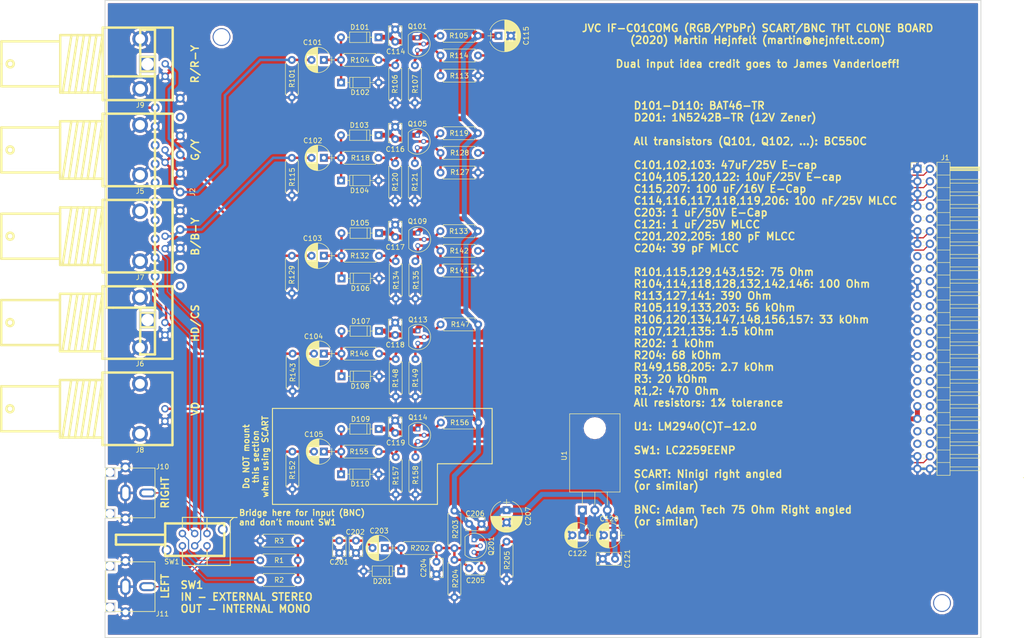
<source format=kicad_pcb>
(kicad_pcb (version 4) (host pcbnew 4.0.7-e2-6376~61~ubuntu18.04.1)
  (layers (0 F.Cu signal) (31 B.Cu signal) (34 B.Paste user) (35 F.Paste user) (36 B.SilkS user) (37 F.SilkS user) (38 B.Mask user) (39 F.Mask user) (44 Edge.Cuts user))
  (net 0 "")
  (net 1 "Net-(C101-Pad1)")
  (net 2 "Net-(C102-Pad1)")
  (net 3 "Net-(C103-Pad1)")
  (net 4 "Net-(C104-Pad1)")
  (net 5 "Net-(C105-Pad1)")
  (net 6 /VD)
  (net 7 GND)
  (net 8 +12V)
  (net 9 /VCC+14V)
  (net 10 /AUDIO)
  (net 11 "Net-(C203-Pad1)")
  (net 12 /AUDIO_)
  (net 13 /Y)
  (net 14 /B-Y)
  (net 15 /R-Y)
  (net 16 /HD)
  (net 17 /VD_)
  (net 18 /G/Y)
  (net 19 /B/B-Y)
  (net 20 /R/R-Y)
  (net 21 /HD/CS)
  (net 22 "Net-(C204-Pad2)")
  (net 23 "Net-(Q101-Pad2)")
  (net 24 "Net-(Q105-Pad2)")
  (net 25 "Net-(Q109-Pad2)")
  (net 26 "Net-(Q101-Pad3)")
  (net 27 "Net-(Q105-Pad3)")
  (net 28 "Net-(Q109-Pad3)")
  (net 29 "Net-(Q113-Pad2)")
  (net 30 "Net-(Q114-Pad2)")
  (net 31 /AUDIO_L)
  (net 32 /AUDIO_R)
  (net 33 /AUDIO_EXT_R)
  (net 34 /AUDIO_EXT_L)
  (net 35 /AUDIO_INT_R)
  (net 36 /AUDIO_INT_L)
  (module Mounting_Holes:MountingHole_3.2mm_M3 (layer F.Cu) (at 73.5 37.85)
    (fp_text reference J3 hide)
    (fp_text value TEST_1P)
    (pad "" np_thru_hole circle (at 0 0) (size 3.6 3.6) (drill 3.2) (layers *.Cu *.Mask))
  )
  (module Mounting_Holes:MountingHole_3.2mm_M3 (layer F.Cu) (at 219.925 152.875)
    (fp_text reference J4 hide)
    (fp_text value TEST_1P)
    (pad "" np_thru_hole circle (at 0 0) (size 3.6 3.6) (drill 3.2) (layers *.Cu *.Mask))
  )
  (module Capacitors_THT:CP_Radial_D5.0mm_P2.50mm (layer F.Cu) (at 94.3 42.5 180)
    (fp_text reference C101 (at 2.3 3.55 180) (layer F.SilkS))
    (fp_text value 47uF/25V)
    (pad 1 thru_hole rect (at 0 0 180) (size 1.6 1.6) (drill 0.8) (layers *.Cu *.Mask) (net 1 "Net-(C101-Pad1)"))
    (pad 2 thru_hole circle (at 2.5 0 180) (size 1.6 1.6) (drill 0.8) (layers *.Cu *.Mask) (net 18 /G/Y))
  )
  (module Capacitors_THT:CP_Radial_D5.0mm_P2.50mm (layer F.Cu) (at 94.3 62.4 180)
    (fp_text reference C102 (at 2.25 3.5 180) (layer F.SilkS))
    (fp_text value 47uF/25V)
    (pad 1 thru_hole rect (at 0 0 180) (size 1.6 1.6) (drill 0.8) (layers *.Cu *.Mask) (net 2 "Net-(C102-Pad1)"))
    (pad 2 thru_hole circle (at 2.5 0 180) (size 1.6 1.6) (drill 0.8) (layers *.Cu *.Mask) (net 19 /B/B-Y))
  )
  (module Capacitors_THT:CP_Radial_D5.0mm_P2.50mm (layer F.Cu) (at 94.3 82.3 180)
    (fp_text reference C103 (at 2.31 3.53 180) (layer F.SilkS))
    (fp_text value 47uF/25V)
    (pad 1 thru_hole rect (at 0 0 180) (size 1.6 1.6) (drill 0.8) (layers *.Cu *.Mask) (net 3 "Net-(C103-Pad1)"))
    (pad 2 thru_hole circle (at 2.5 0 180) (size 1.6 1.6) (drill 0.8) (layers *.Cu *.Mask) (net 20 /R/R-Y))
  )
  (module Capacitors_THT:CP_Radial_D5.0mm_P2.50mm (layer F.Cu) (at 106.689 141.686 180)
    (fp_text reference C203 (at 1.164 3.486 180) (layer F.SilkS))
    (fp_text value 1uF/50V)
    (pad 1 thru_hole rect (at 0 0 180) (size 1.6 1.6) (drill 0.8) (layers *.Cu *.Mask) (net 11 "Net-(C203-Pad1)"))
    (pad 2 thru_hole circle (at 2.5 0 180) (size 1.6 1.6) (drill 0.8) (layers *.Cu *.Mask) (net 10 /AUDIO))
  )
  (module Resistors_THT:R_Axial_DIN0207_L6.3mm_D2.5mm_P7.62mm_Horizontal (layer F.Cu) (at 87.8 42.5 270)
    (fp_text reference R101 (at 3.735 -0.03 270) (layer F.SilkS))
    (fp_text value 75)
    (pad 1 thru_hole circle (at 0 0 270) (size 1.6 1.6) (drill 0.8) (layers *.Cu *.Mask) (net 18 /G/Y))
    (pad 2 thru_hole oval (at 7.62 0 270) (size 1.6 1.6) (drill 0.8) (layers *.Cu *.Mask) (net 7 GND))
  )
  (module Resistors_THT:R_Axial_DIN0207_L6.3mm_D2.5mm_P7.62mm_Horizontal (layer F.Cu) (at 105.4 42.5 180)
    (fp_text reference R104 (at 3.8 -0.05 180) (layer F.SilkS))
    (fp_text value 100)
    (pad 1 thru_hole circle (at 0 0 180) (size 1.6 1.6) (drill 0.8) (layers *.Cu *.Mask) (net 23 "Net-(Q101-Pad2)"))
    (pad 2 thru_hole oval (at 7.62 0 180) (size 1.6 1.6) (drill 0.8) (layers *.Cu *.Mask) (net 1 "Net-(C101-Pad1)"))
  )
  (module Resistors_THT:R_Axial_DIN0207_L6.3mm_D2.5mm_P7.62mm_Horizontal (layer F.Cu) (at 125.6 37.6 180)
    (fp_text reference R105 (at 3.88 0.02 180) (layer F.SilkS))
    (fp_text value 56k)
    (pad 1 thru_hole circle (at 0 0 180) (size 1.6 1.6) (drill 0.8) (layers *.Cu *.Mask) (net 8 +12V))
    (pad 2 thru_hole oval (at 7.62 0 180) (size 1.6 1.6) (drill 0.8) (layers *.Cu *.Mask) (net 23 "Net-(Q101-Pad2)"))
  )
  (module Resistors_THT:R_Axial_DIN0207_L6.3mm_D2.5mm_P7.62mm_Horizontal (layer F.Cu) (at 108.8 43.6 270)
    (fp_text reference R106 (at 3.8 0.05 270) (layer F.SilkS))
    (fp_text value 33k)
    (pad 1 thru_hole circle (at 0 0 270) (size 1.6 1.6) (drill 0.8) (layers *.Cu *.Mask) (net 23 "Net-(Q101-Pad2)"))
    (pad 2 thru_hole oval (at 7.62 0 270) (size 1.6 1.6) (drill 0.8) (layers *.Cu *.Mask) (net 7 GND))
  )
  (module Resistors_THT:R_Axial_DIN0207_L6.3mm_D2.5mm_P7.62mm_Horizontal (layer F.Cu) (at 112.8 43.6 270)
    (fp_text reference R107 (at 3.8 -0.05 270) (layer F.SilkS))
    (fp_text value 1.5k)
    (pad 1 thru_hole circle (at 0 0 270) (size 1.6 1.6) (drill 0.8) (layers *.Cu *.Mask) (net 26 "Net-(Q101-Pad3)"))
    (pad 2 thru_hole oval (at 7.62 0 270) (size 1.6 1.6) (drill 0.8) (layers *.Cu *.Mask) (net 7 GND))
  )
  (module Resistors_THT:R_Axial_DIN0207_L6.3mm_D2.5mm_P7.62mm_Horizontal (layer F.Cu) (at 118 45.7)
    (fp_text reference R113 (at 3.83 0.035) (layer F.SilkS))
    (fp_text value 390)
    (pad 1 thru_hole circle (at 0 0) (size 1.6 1.6) (drill 0.8) (layers *.Cu *.Mask) (net 26 "Net-(Q101-Pad3)"))
    (pad 2 thru_hole oval (at 7.62 0) (size 1.6 1.6) (drill 0.8) (layers *.Cu *.Mask) (net 7 GND))
  )
  (module Resistors_THT:R_Axial_DIN0207_L6.3mm_D2.5mm_P7.62mm_Horizontal (layer F.Cu) (at 118 41.6)
    (fp_text reference R114 (at 3.76 0.015) (layer F.SilkS))
    (fp_text value 100)
    (pad 1 thru_hole circle (at 0 0) (size 1.6 1.6) (drill 0.8) (layers *.Cu *.Mask) (net 26 "Net-(Q101-Pad3)"))
    (pad 2 thru_hole oval (at 7.62 0) (size 1.6 1.6) (drill 0.8) (layers *.Cu *.Mask) (net 13 /Y))
  )
  (module Resistors_THT:R_Axial_DIN0207_L6.3mm_D2.5mm_P7.62mm_Horizontal (layer F.Cu) (at 87.8 62.4 270)
    (fp_text reference R115 (at 3.915 -0.05 270) (layer F.SilkS))
    (fp_text value 75)
    (pad 1 thru_hole circle (at 0 0 270) (size 1.6 1.6) (drill 0.8) (layers *.Cu *.Mask) (net 19 /B/B-Y))
    (pad 2 thru_hole oval (at 7.62 0 270) (size 1.6 1.6) (drill 0.8) (layers *.Cu *.Mask) (net 7 GND))
  )
  (module Resistors_THT:R_Axial_DIN0207_L6.3mm_D2.5mm_P7.62mm_Horizontal (layer F.Cu) (at 105.4 62.4 180)
    (fp_text reference R118 (at 3.68 -0.02 180) (layer F.SilkS))
    (fp_text value 100)
    (pad 1 thru_hole circle (at 0 0 180) (size 1.6 1.6) (drill 0.8) (layers *.Cu *.Mask) (net 24 "Net-(Q105-Pad2)"))
    (pad 2 thru_hole oval (at 7.62 0 180) (size 1.6 1.6) (drill 0.8) (layers *.Cu *.Mask) (net 2 "Net-(C102-Pad1)"))
  )
  (module Resistors_THT:R_Axial_DIN0207_L6.3mm_D2.5mm_P7.62mm_Horizontal (layer F.Cu) (at 125.6 57.4 180)
    (fp_text reference R119 (at 3.83 0 180) (layer F.SilkS))
    (fp_text value 56k)
    (pad 1 thru_hole circle (at 0 0 180) (size 1.6 1.6) (drill 0.8) (layers *.Cu *.Mask) (net 8 +12V))
    (pad 2 thru_hole oval (at 7.62 0 180) (size 1.6 1.6) (drill 0.8) (layers *.Cu *.Mask) (net 24 "Net-(Q105-Pad2)"))
  )
  (module Resistors_THT:R_Axial_DIN0207_L6.3mm_D2.5mm_P7.62mm_Horizontal (layer F.Cu) (at 108.8 63.5 270)
    (fp_text reference R120 (at 3.8 0 270) (layer F.SilkS))
    (fp_text value 33k)
    (pad 1 thru_hole circle (at 0 0 270) (size 1.6 1.6) (drill 0.8) (layers *.Cu *.Mask) (net 24 "Net-(Q105-Pad2)"))
    (pad 2 thru_hole oval (at 7.62 0 270) (size 1.6 1.6) (drill 0.8) (layers *.Cu *.Mask) (net 7 GND))
  )
  (module Resistors_THT:R_Axial_DIN0207_L6.3mm_D2.5mm_P7.62mm_Horizontal (layer F.Cu) (at 112.8 63.5 270)
    (fp_text reference R121 (at 3.8 0 270) (layer F.SilkS))
    (fp_text value 1.5k)
    (pad 1 thru_hole circle (at 0 0 270) (size 1.6 1.6) (drill 0.8) (layers *.Cu *.Mask) (net 27 "Net-(Q105-Pad3)"))
    (pad 2 thru_hole oval (at 7.62 0 270) (size 1.6 1.6) (drill 0.8) (layers *.Cu *.Mask) (net 7 GND))
  )
  (module Resistors_THT:R_Axial_DIN0207_L6.3mm_D2.5mm_P7.62mm_Horizontal (layer F.Cu) (at 118 65.4)
    (fp_text reference R127 (at 3.928 -0.078) (layer F.SilkS))
    (fp_text value 390)
    (pad 1 thru_hole circle (at 0 0) (size 1.6 1.6) (drill 0.8) (layers *.Cu *.Mask) (net 27 "Net-(Q105-Pad3)"))
    (pad 2 thru_hole oval (at 7.62 0) (size 1.6 1.6) (drill 0.8) (layers *.Cu *.Mask) (net 7 GND))
  )
  (module Resistors_THT:R_Axial_DIN0207_L6.3mm_D2.5mm_P7.62mm_Horizontal (layer F.Cu) (at 118 61.4)
    (fp_text reference R128 (at 3.895 -0.015) (layer F.SilkS))
    (fp_text value 100)
    (pad 1 thru_hole circle (at 0 0) (size 1.6 1.6) (drill 0.8) (layers *.Cu *.Mask) (net 27 "Net-(Q105-Pad3)"))
    (pad 2 thru_hole oval (at 7.62 0) (size 1.6 1.6) (drill 0.8) (layers *.Cu *.Mask) (net 14 /B-Y))
  )
  (module Resistors_THT:R_Axial_DIN0207_L6.3mm_D2.5mm_P7.62mm_Horizontal (layer F.Cu) (at 87.8 82.3 270)
    (fp_text reference R129 (at 3.88 0.01 270) (layer F.SilkS))
    (fp_text value 75)
    (pad 1 thru_hole circle (at 0 0 270) (size 1.6 1.6) (drill 0.8) (layers *.Cu *.Mask) (net 20 /R/R-Y))
    (pad 2 thru_hole oval (at 7.62 0 270) (size 1.6 1.6) (drill 0.8) (layers *.Cu *.Mask) (net 7 GND))
  )
  (module Resistors_THT:R_Axial_DIN0207_L6.3mm_D2.5mm_P7.62mm_Horizontal (layer F.Cu) (at 105.5 82.3 180)
    (fp_text reference R132 (at 3.91 0 180) (layer F.SilkS))
    (fp_text value 100)
    (pad 1 thru_hole circle (at 0 0 180) (size 1.6 1.6) (drill 0.8) (layers *.Cu *.Mask) (net 25 "Net-(Q109-Pad2)"))
    (pad 2 thru_hole oval (at 7.62 0 180) (size 1.6 1.6) (drill 0.8) (layers *.Cu *.Mask) (net 3 "Net-(C103-Pad1)"))
  )
  (module Resistors_THT:R_Axial_DIN0207_L6.3mm_D2.5mm_P7.62mm_Horizontal (layer F.Cu) (at 125.6 77.3 180)
    (fp_text reference R133 (at 3.91 -0.02 180) (layer F.SilkS))
    (fp_text value 56k)
    (pad 1 thru_hole circle (at 0 0 180) (size 1.6 1.6) (drill 0.8) (layers *.Cu *.Mask) (net 8 +12V))
    (pad 2 thru_hole oval (at 7.62 0 180) (size 1.6 1.6) (drill 0.8) (layers *.Cu *.Mask) (net 25 "Net-(Q109-Pad2)"))
  )
  (module Resistors_THT:R_Axial_DIN0207_L6.3mm_D2.5mm_P7.62mm_Horizontal (layer F.Cu) (at 108.9 83.4 270)
    (fp_text reference R134 (at 3.85 -0.07 270) (layer F.SilkS))
    (fp_text value 33k)
    (pad 1 thru_hole circle (at 0 0 270) (size 1.6 1.6) (drill 0.8) (layers *.Cu *.Mask) (net 25 "Net-(Q109-Pad2)"))
    (pad 2 thru_hole oval (at 7.62 0 270) (size 1.6 1.6) (drill 0.8) (layers *.Cu *.Mask) (net 7 GND))
  )
  (module Resistors_THT:R_Axial_DIN0207_L6.3mm_D2.5mm_P7.62mm_Horizontal (layer F.Cu) (at 112.9 83.4 270)
    (fp_text reference R135 (at 3.85 -0.12 270) (layer F.SilkS))
    (fp_text value 1.5k)
    (pad 1 thru_hole circle (at 0 0 270) (size 1.6 1.6) (drill 0.8) (layers *.Cu *.Mask) (net 28 "Net-(Q109-Pad3)"))
    (pad 2 thru_hole oval (at 7.62 0 270) (size 1.6 1.6) (drill 0.8) (layers *.Cu *.Mask) (net 7 GND))
  )
  (module Resistors_THT:R_Axial_DIN0207_L6.3mm_D2.5mm_P7.62mm_Horizontal (layer F.Cu) (at 118 85.3)
    (fp_text reference R141 (at 3.8 0) (layer F.SilkS))
    (fp_text value 390)
    (pad 1 thru_hole circle (at 0 0) (size 1.6 1.6) (drill 0.8) (layers *.Cu *.Mask) (net 28 "Net-(Q109-Pad3)"))
    (pad 2 thru_hole oval (at 7.62 0) (size 1.6 1.6) (drill 0.8) (layers *.Cu *.Mask) (net 7 GND))
  )
  (module Resistors_THT:R_Axial_DIN0207_L6.3mm_D2.5mm_P7.62mm_Horizontal (layer F.Cu) (at 118 81.3)
    (fp_text reference R142 (at 3.8 0) (layer F.SilkS))
    (fp_text value 100)
    (pad 1 thru_hole circle (at 0 0) (size 1.6 1.6) (drill 0.8) (layers *.Cu *.Mask) (net 28 "Net-(Q109-Pad3)"))
    (pad 2 thru_hole oval (at 7.62 0) (size 1.6 1.6) (drill 0.8) (layers *.Cu *.Mask) (net 15 /R-Y))
  )
  (module Resistors_THT:R_Axial_DIN0207_L6.3mm_D2.5mm_P7.62mm_Horizontal (layer F.Cu) (at 87.95 102.2 270)
    (fp_text reference R143 (at 3.821 -0.04 270) (layer F.SilkS))
    (fp_text value 75)
    (pad 1 thru_hole circle (at 0 0 270) (size 1.6 1.6) (drill 0.8) (layers *.Cu *.Mask) (net 21 /HD/CS))
    (pad 2 thru_hole oval (at 7.62 0 270) (size 1.6 1.6) (drill 0.8) (layers *.Cu *.Mask) (net 7 GND))
  )
  (module Resistors_THT:R_Axial_DIN0207_L6.3mm_D2.5mm_P7.62mm_Horizontal (layer F.Cu) (at 105.5 102.2 180)
    (fp_text reference R146 (at 4 0 180) (layer F.SilkS))
    (fp_text value 100)
    (pad 1 thru_hole circle (at 0 0 180) (size 1.6 1.6) (drill 0.8) (layers *.Cu *.Mask) (net 29 "Net-(Q113-Pad2)"))
    (pad 2 thru_hole oval (at 7.62 0 180) (size 1.6 1.6) (drill 0.8) (layers *.Cu *.Mask) (net 4 "Net-(C104-Pad1)"))
  )
  (module Resistors_THT:R_Axial_DIN0207_L6.3mm_D2.5mm_P7.62mm_Horizontal (layer F.Cu) (at 125.65 96.25 180)
    (fp_text reference R147 (at 3.6 0 180) (layer F.SilkS))
    (fp_text value 33k)
    (pad 1 thru_hole circle (at 0 0 180) (size 1.6 1.6) (drill 0.8) (layers *.Cu *.Mask) (net 8 +12V))
    (pad 2 thru_hole oval (at 7.62 0 180) (size 1.6 1.6) (drill 0.8) (layers *.Cu *.Mask) (net 29 "Net-(Q113-Pad2)"))
  )
  (module Resistors_THT:R_Axial_DIN0207_L6.3mm_D2.5mm_P7.62mm_Horizontal (layer F.Cu) (at 108.9 103.3 270)
    (fp_text reference R148 (at 3.9 0.05 270) (layer F.SilkS))
    (fp_text value 33k)
    (pad 1 thru_hole circle (at 0 0 270) (size 1.6 1.6) (drill 0.8) (layers *.Cu *.Mask) (net 29 "Net-(Q113-Pad2)"))
    (pad 2 thru_hole oval (at 7.62 0 270) (size 1.6 1.6) (drill 0.8) (layers *.Cu *.Mask) (net 7 GND))
  )
  (module Resistors_THT:R_Axial_DIN0207_L6.3mm_D2.5mm_P7.62mm_Horizontal (layer F.Cu) (at 112.9 103.3 270)
    (fp_text reference R149 (at 3.85 0 270) (layer F.SilkS))
    (fp_text value 2.7k)
    (pad 1 thru_hole circle (at 0 0 270) (size 1.6 1.6) (drill 0.8) (layers *.Cu *.Mask) (net 16 /HD))
    (pad 2 thru_hole oval (at 7.62 0 270) (size 1.6 1.6) (drill 0.8) (layers *.Cu *.Mask) (net 7 GND))
  )
  (module Resistors_THT:R_Axial_DIN0207_L6.3mm_D2.5mm_P7.62mm_Horizontal (layer F.Cu) (at 87.9 122.1 270)
    (fp_text reference R152 (at 3.75 0 270) (layer F.SilkS))
    (fp_text value 75)
    (pad 1 thru_hole circle (at 0 0 270) (size 1.6 1.6) (drill 0.8) (layers *.Cu *.Mask) (net 6 /VD))
    (pad 2 thru_hole oval (at 7.62 0 270) (size 1.6 1.6) (drill 0.8) (layers *.Cu *.Mask) (net 7 GND))
  )
  (module Resistors_THT:R_Axial_DIN0207_L6.3mm_D2.5mm_P7.62mm_Horizontal (layer F.Cu) (at 105.45 122.1 180)
    (fp_text reference R155 (at 4 0 180) (layer F.SilkS))
    (fp_text value 100)
    (pad 1 thru_hole circle (at 0 0 180) (size 1.6 1.6) (drill 0.8) (layers *.Cu *.Mask) (net 30 "Net-(Q114-Pad2)"))
    (pad 2 thru_hole oval (at 7.62 0 180) (size 1.6 1.6) (drill 0.8) (layers *.Cu *.Mask) (net 5 "Net-(C105-Pad1)"))
  )
  (module Resistors_THT:R_Axial_DIN0207_L6.3mm_D2.5mm_P7.62mm_Horizontal (layer F.Cu) (at 125.7 116.2 180)
    (fp_text reference R156 (at 3.8 0 180) (layer F.SilkS))
    (fp_text value 33k)
    (pad 1 thru_hole circle (at 0 0 180) (size 1.6 1.6) (drill 0.8) (layers *.Cu *.Mask) (net 8 +12V))
    (pad 2 thru_hole oval (at 7.62 0 180) (size 1.6 1.6) (drill 0.8) (layers *.Cu *.Mask) (net 30 "Net-(Q114-Pad2)"))
  )
  (module Resistors_THT:R_Axial_DIN0207_L6.3mm_D2.5mm_P7.62mm_Horizontal (layer F.Cu) (at 108.9 123.2 270)
    (fp_text reference R157 (at 3.8 0 270) (layer F.SilkS))
    (fp_text value 33k)
    (pad 1 thru_hole circle (at 0 0 270) (size 1.6 1.6) (drill 0.8) (layers *.Cu *.Mask) (net 30 "Net-(Q114-Pad2)"))
    (pad 2 thru_hole oval (at 7.62 0 270) (size 1.6 1.6) (drill 0.8) (layers *.Cu *.Mask) (net 7 GND))
  )
  (module Resistors_THT:R_Axial_DIN0207_L6.3mm_D2.5mm_P7.62mm_Horizontal (layer F.Cu) (at 112.9 123.2 270)
    (fp_text reference R158 (at 3.67 -0.029 270) (layer F.SilkS))
    (fp_text value 2.7k)
    (pad 1 thru_hole circle (at 0 0 270) (size 1.6 1.6) (drill 0.8) (layers *.Cu *.Mask) (net 17 /VD_))
    (pad 2 thru_hole oval (at 7.62 0 270) (size 1.6 1.6) (drill 0.8) (layers *.Cu *.Mask) (net 7 GND))
  )
  (module Resistors_THT:R_Axial_DIN0207_L6.3mm_D2.5mm_P7.62mm_Horizontal (layer F.Cu) (at 117.625 141.7 180)
    (fp_text reference R202 (at 3.8 0 180) (layer F.SilkS))
    (fp_text value 1K)
    (pad 1 thru_hole circle (at 0 0 180) (size 1.6 1.6) (drill 0.8) (layers *.Cu *.Mask) (net 22 "Net-(C204-Pad2)"))
    (pad 2 thru_hole oval (at 7.62 0 180) (size 1.6 1.6) (drill 0.8) (layers *.Cu *.Mask) (net 11 "Net-(C203-Pad1)"))
  )
  (module Resistors_THT:R_Axial_DIN0207_L6.3mm_D2.5mm_P7.62mm_Horizontal (layer F.Cu) (at 120.825 134.1 270)
    (fp_text reference R203 (at 3.8 -0.2 270) (layer F.SilkS))
    (fp_text value 56K)
    (pad 1 thru_hole circle (at 0 0 270) (size 1.6 1.6) (drill 0.8) (layers *.Cu *.Mask) (net 8 +12V))
    (pad 2 thru_hole oval (at 7.62 0 270) (size 1.6 1.6) (drill 0.8) (layers *.Cu *.Mask) (net 22 "Net-(C204-Pad2)"))
  )
  (module Resistors_THT:R_Axial_DIN0207_L6.3mm_D2.5mm_P7.62mm_Horizontal (layer F.Cu) (at 120.825 144.1 270)
    (fp_text reference R204 (at 3.8 -0.2 270) (layer F.SilkS))
    (fp_text value 68K)
    (pad 1 thru_hole circle (at 0 0 270) (size 1.6 1.6) (drill 0.8) (layers *.Cu *.Mask) (net 22 "Net-(C204-Pad2)"))
    (pad 2 thru_hole oval (at 7.62 0 270) (size 1.6 1.6) (drill 0.8) (layers *.Cu *.Mask) (net 7 GND))
  )
  (module Resistors_THT:R_Axial_DIN0207_L6.3mm_D2.5mm_P7.62mm_Horizontal (layer F.Cu) (at 131.425 140.4 270)
    (fp_text reference R205 (at 3.8 -0.1 270) (layer F.SilkS))
    (fp_text value 2.7K)
    (pad 1 thru_hole circle (at 0 0 270) (size 1.6 1.6) (drill 0.8) (layers *.Cu *.Mask) (net 12 /AUDIO_))
    (pad 2 thru_hole oval (at 7.62 0 270) (size 1.6 1.6) (drill 0.8) (layers *.Cu *.Mask) (net 7 GND))
  )
  (module Capacitors_THT:CP_Radial_D5.0mm_P2.00mm (layer F.Cu) (at 94.3 102.2 180)
    (fp_text reference C104 (at 2.1 3.5 180) (layer F.SilkS))
    (fp_text value 10uF/50V)
    (pad 1 thru_hole rect (at 0 0 180) (size 1.6 1.6) (drill 0.8) (layers *.Cu *.Mask) (net 4 "Net-(C104-Pad1)"))
    (pad 2 thru_hole circle (at 2 0 180) (size 1.6 1.6) (drill 0.8) (layers *.Cu *.Mask) (net 21 /HD/CS))
  )
  (module Capacitors_THT:CP_Radial_D5.0mm_P2.00mm (layer F.Cu) (at 94.3 122.1 180)
    (fp_text reference C105 (at 2.05 3.5 180) (layer F.SilkS))
    (fp_text value 10uF/50V)
    (pad 1 thru_hole rect (at 0 0 180) (size 1.6 1.6) (drill 0.8) (layers *.Cu *.Mask) (net 5 "Net-(C105-Pad1)"))
    (pad 2 thru_hole circle (at 2 0 180) (size 1.6 1.6) (drill 0.8) (layers *.Cu *.Mask) (net 6 /VD))
  )
  (module Capacitors_THT:C_Disc_D3.8mm_W2.6mm_P2.50mm (layer F.Cu) (at 108.8 36.3 270)
    (fp_text reference C114 (at 4.5 -0.1 360) (layer F.SilkS))
    (fp_text value 100nF)
    (pad 1 thru_hole circle (at 0 0 270) (size 1.6 1.6) (drill 0.8) (layers *.Cu *.Mask) (net 7 GND))
    (pad 2 thru_hole circle (at 2.5 0 270) (size 1.6 1.6) (drill 0.8) (layers *.Cu *.Mask) (net 8 +12V))
  )
  (module Capacitors_THT:CP_Radial_D6.3mm_P2.50mm (layer F.Cu) (at 129.8 37.6)
    (fp_text reference C115 (at 5.6 0 90) (layer F.SilkS))
    (fp_text value 100uF/16V)
    (pad 1 thru_hole rect (at 0 0) (size 1.6 1.6) (drill 0.8) (layers *.Cu *.Mask) (net 8 +12V))
    (pad 2 thru_hole circle (at 2.5 0) (size 1.6 1.6) (drill 0.8) (layers *.Cu *.Mask) (net 7 GND))
  )
  (module Capacitors_THT:C_Disc_D3.8mm_W2.6mm_P2.50mm (layer F.Cu) (at 108.8 56.1 270)
    (fp_text reference C116 (at 4.55 0 360) (layer F.SilkS))
    (fp_text value 100nF)
    (pad 1 thru_hole circle (at 0 0 270) (size 1.6 1.6) (drill 0.8) (layers *.Cu *.Mask) (net 7 GND))
    (pad 2 thru_hole circle (at 2.5 0 270) (size 1.6 1.6) (drill 0.8) (layers *.Cu *.Mask) (net 8 +12V))
  )
  (module Capacitors_THT:C_Disc_D3.8mm_W2.6mm_P2.50mm (layer F.Cu) (at 108.8 76 270)
    (fp_text reference C117 (at 4.55 0 360) (layer F.SilkS))
    (fp_text value 100nF)
    (pad 1 thru_hole circle (at 0 0 270) (size 1.6 1.6) (drill 0.8) (layers *.Cu *.Mask) (net 7 GND))
    (pad 2 thru_hole circle (at 2.5 0 270) (size 1.6 1.6) (drill 0.8) (layers *.Cu *.Mask) (net 8 +12V))
  )
  (module Capacitors_THT:C_Disc_D3.8mm_W2.6mm_P2.50mm (layer F.Cu) (at 108.8 95.9 270)
    (fp_text reference C118 (at 4.5 0 360) (layer F.SilkS))
    (fp_text value 100nF)
    (pad 1 thru_hole circle (at 0 0 270) (size 1.6 1.6) (drill 0.8) (layers *.Cu *.Mask) (net 7 GND))
    (pad 2 thru_hole circle (at 2.5 0 270) (size 1.6 1.6) (drill 0.8) (layers *.Cu *.Mask) (net 8 +12V))
  )
  (module Capacitors_THT:C_Disc_D3.8mm_W2.6mm_P2.50mm (layer F.Cu) (at 108.8 115.8 270)
    (fp_text reference C119 (at 4.5 -0.1 360) (layer F.SilkS))
    (fp_text value 100nF)
    (pad 1 thru_hole circle (at 0 0 270) (size 1.6 1.6) (drill 0.8) (layers *.Cu *.Mask) (net 7 GND))
    (pad 2 thru_hole circle (at 2.5 0 270) (size 1.6 1.6) (drill 0.8) (layers *.Cu *.Mask) (net 8 +12V))
  )
  (module Capacitors_THT:CP_Radial_D5.0mm_P2.00mm (layer F.Cu) (at 153.225 139.1 180)
    (fp_text reference C120 (at 0.95 3.35 180) (layer F.SilkS))
    (fp_text value 10uF/25V)
    (pad 1 thru_hole rect (at 0 0 180) (size 1.6 1.6) (drill 0.8) (layers *.Cu *.Mask) (net 8 +12V))
    (pad 2 thru_hole circle (at 2 0 180) (size 1.6 1.6) (drill 0.8) (layers *.Cu *.Mask) (net 7 GND))
  )
  (module Capacitors_THT:CP_Radial_D5.0mm_P2.00mm (layer F.Cu) (at 146.825 139.1 180)
    (fp_text reference C122 (at 1 -3.7 360) (layer F.SilkS))
    (fp_text value 10uF/25V)
    (pad 1 thru_hole rect (at 0 0 180) (size 1.6 1.6) (drill 0.8) (layers *.Cu *.Mask) (net 9 /VCC+14V))
    (pad 2 thru_hole circle (at 2 0 180) (size 1.6 1.6) (drill 0.8) (layers *.Cu *.Mask) (net 7 GND))
  )
  (module Capacitors_THT:C_Disc_D3.8mm_W2.6mm_P2.50mm (layer F.Cu) (at 126.325 136.8 180)
    (fp_text reference C206 (at 1.3 2.1 180) (layer F.SilkS))
    (fp_text value 100nF)
    (pad 1 thru_hole circle (at 0 0 180) (size 1.6 1.6) (drill 0.8) (layers *.Cu *.Mask) (net 7 GND))
    (pad 2 thru_hole circle (at 2.5 0 180) (size 1.6 1.6) (drill 0.8) (layers *.Cu *.Mask) (net 8 +12V))
  )
  (module Capacitors_THT:CP_Radial_D6.3mm_P2.50mm (layer F.Cu) (at 131.425 134 270)
    (fp_text reference C207 (at 1.25 -4.4 270) (layer F.SilkS))
    (fp_text value 100uF/16V)
    (pad 1 thru_hole rect (at 0 0 270) (size 1.6 1.6) (drill 0.8) (layers *.Cu *.Mask) (net 8 +12V))
    (pad 2 thru_hole circle (at 2.5 0 270) (size 1.6 1.6) (drill 0.8) (layers *.Cu *.Mask) (net 7 GND))
  )
  (module Capacitors_THT:C_Disc_D3.8mm_W2.6mm_P2.50mm (layer F.Cu) (at 97.425 142.7 90)
    (fp_text reference C201 (at -1.85 -0.05 180) (layer F.SilkS))
    (fp_text value 180pF)
    (pad 1 thru_hole circle (at 0 0 90) (size 1.6 1.6) (drill 0.8) (layers *.Cu *.Mask) (net 7 GND))
    (pad 2 thru_hole circle (at 2.5 0 90) (size 1.6 1.6) (drill 0.8) (layers *.Cu *.Mask) (net 10 /AUDIO))
  )
  (module Capacitors_THT:C_Disc_D3.8mm_W2.6mm_P2.50mm (layer F.Cu) (at 100.825 142.7 90)
    (fp_text reference C202 (at 4.25 -0.15 180) (layer F.SilkS))
    (fp_text value 180pF)
    (pad 1 thru_hole circle (at 0 0 90) (size 1.6 1.6) (drill 0.8) (layers *.Cu *.Mask) (net 7 GND))
    (pad 2 thru_hole circle (at 2.5 0 90) (size 1.6 1.6) (drill 0.8) (layers *.Cu *.Mask) (net 10 /AUDIO))
  )
  (module Capacitors_THT:C_Disc_D3.8mm_W2.6mm_P2.50mm (layer F.Cu) (at 117.175 147 90)
    (fp_text reference C204 (at 1.25 -2.61 90) (layer F.SilkS))
    (fp_text value 39pF)
    (pad 1 thru_hole circle (at 0 0 90) (size 1.6 1.6) (drill 0.8) (layers *.Cu *.Mask) (net 7 GND))
    (pad 2 thru_hole circle (at 2.5 0 90) (size 1.6 1.6) (drill 0.8) (layers *.Cu *.Mask) (net 22 "Net-(C204-Pad2)"))
  )
  (module Capacitors_THT:C_Disc_D3.8mm_W2.6mm_P2.50mm (layer F.Cu) (at 126.325 145.8 180)
    (fp_text reference C205 (at 1.2 -2.5 180) (layer F.SilkS))
    (fp_text value 180pF)
    (pad 1 thru_hole circle (at 0 0 180) (size 1.6 1.6) (drill 0.8) (layers *.Cu *.Mask) (net 12 /AUDIO_))
    (pad 2 thru_hole circle (at 2.5 0 180) (size 1.6 1.6) (drill 0.8) (layers *.Cu *.Mask) (net 22 "Net-(C204-Pad2)"))
  )
  (module TO_SOT_Packages_THT:TO-92_Molded_Narrow (layer F.Cu) (at 113.3 38 270)
    (fp_text reference Q101 (at -2.3 0 360) (layer F.SilkS))
    (fp_text value BC550)
    (pad 2 thru_hole circle (at 1.27 -1.27) (size 1 1) (drill 0.6) (layers *.Cu *.Mask) (net 23 "Net-(Q101-Pad2)"))
    (pad 3 thru_hole circle (at 2.54 0) (size 1 1) (drill 0.6) (layers *.Cu *.Mask) (net 26 "Net-(Q101-Pad3)"))
    (pad 1 thru_hole rect (at 0 0) (size 1 1) (drill 0.6) (layers *.Cu *.Mask) (net 8 +12V))
  )
  (module TO_SOT_Packages_THT:TO-92_Molded_Narrow (layer F.Cu) (at 113.3 57.8 270)
    (fp_text reference Q105 (at -2.3 0 360) (layer F.SilkS))
    (fp_text value BC550)
    (pad 2 thru_hole circle (at 1.27 -1.27) (size 1 1) (drill 0.6) (layers *.Cu *.Mask) (net 24 "Net-(Q105-Pad2)"))
    (pad 3 thru_hole circle (at 2.54 0) (size 1 1) (drill 0.6) (layers *.Cu *.Mask) (net 27 "Net-(Q105-Pad3)"))
    (pad 1 thru_hole rect (at 0 0) (size 1 1) (drill 0.6) (layers *.Cu *.Mask) (net 8 +12V))
  )
  (module TO_SOT_Packages_THT:TO-92_Molded_Narrow (layer F.Cu) (at 113.4 77.7 270)
    (fp_text reference Q109 (at -2.4 0.1 360) (layer F.SilkS))
    (fp_text value BC550)
    (pad 2 thru_hole circle (at 1.27 -1.27) (size 1 1) (drill 0.6) (layers *.Cu *.Mask) (net 25 "Net-(Q109-Pad2)"))
    (pad 3 thru_hole circle (at 2.54 0) (size 1 1) (drill 0.6) (layers *.Cu *.Mask) (net 28 "Net-(Q109-Pad3)"))
    (pad 1 thru_hole rect (at 0 0) (size 1 1) (drill 0.6) (layers *.Cu *.Mask) (net 8 +12V))
  )
  (module TO_SOT_Packages_THT:TO-92_Molded_Narrow (layer F.Cu) (at 113.4 97.55 270)
    (fp_text reference Q113 (at -2.25 0 540) (layer F.SilkS))
    (fp_text value BC550)
    (pad 2 thru_hole circle (at 1.27 -1.27) (size 1 1) (drill 0.6) (layers *.Cu *.Mask) (net 29 "Net-(Q113-Pad2)"))
    (pad 3 thru_hole circle (at 2.54 0) (size 1 1) (drill 0.6) (layers *.Cu *.Mask) (net 16 /HD))
    (pad 1 thru_hole rect (at 0 0) (size 1 1) (drill 0.6) (layers *.Cu *.Mask) (net 8 +12V))
  )
  (module TO_SOT_Packages_THT:TO-92_Molded_Narrow (layer F.Cu) (at 113.4 117.5 270)
    (fp_text reference Q114 (at -2.35 0 540) (layer F.SilkS))
    (fp_text value BC550)
    (pad 2 thru_hole circle (at 1.27 -1.27) (size 1 1) (drill 0.6) (layers *.Cu *.Mask) (net 30 "Net-(Q114-Pad2)"))
    (pad 3 thru_hole circle (at 2.54 0) (size 1 1) (drill 0.6) (layers *.Cu *.Mask) (net 17 /VD_))
    (pad 1 thru_hole rect (at 0 0) (size 1 1) (drill 0.6) (layers *.Cu *.Mask) (net 8 +12V))
  )
  (module TO_SOT_Packages_THT:TO-92_Molded_Narrow (layer F.Cu) (at 124.825 140 270)
    (fp_text reference Q201 (at 1.3 -3.5 450) (layer F.SilkS))
    (fp_text value BC550)
    (pad 2 thru_hole circle (at 1.27 -1.27) (size 1 1) (drill 0.6) (layers *.Cu *.Mask) (net 22 "Net-(C204-Pad2)"))
    (pad 3 thru_hole circle (at 2.54 0) (size 1 1) (drill 0.6) (layers *.Cu *.Mask) (net 12 /AUDIO_))
    (pad 1 thru_hole rect (at 0 0) (size 1 1) (drill 0.6) (layers *.Cu *.Mask) (net 8 +12V))
  )
  (module Diodes_THT:D_DO-35_SOD27_P7.62mm_Horizontal (layer F.Cu) (at 105.4 37.9 180)
    (fp_text reference D101 (at 3.8 2.05 180) (layer F.SilkS))
    (fp_text value BAT46-TR)
    (pad 1 thru_hole rect (at 0 0 180) (size 1.6 1.6) (drill 0.8) (layers *.Cu *.Mask) (net 8 +12V))
    (pad 2 thru_hole oval (at 7.62 0 180) (size 1.6 1.6) (drill 0.8) (layers *.Cu *.Mask) (net 1 "Net-(C101-Pad1)"))
  )
  (module Diodes_THT:D_DO-35_SOD27_P7.62mm_Horizontal (layer F.Cu) (at 97.8 47.1)
    (fp_text reference D102 (at 3.85 2) (layer F.SilkS))
    (fp_text value BAT46-TR)
    (pad 1 thru_hole rect (at 0 0) (size 1.6 1.6) (drill 0.8) (layers *.Cu *.Mask) (net 1 "Net-(C101-Pad1)"))
    (pad 2 thru_hole oval (at 7.62 0) (size 1.6 1.6) (drill 0.8) (layers *.Cu *.Mask) (net 7 GND))
  )
  (module Diodes_THT:D_DO-35_SOD27_P7.62mm_Horizontal (layer F.Cu) (at 105.4 57.8 180)
    (fp_text reference D103 (at 3.91 2.03 180) (layer F.SilkS))
    (fp_text value BAT46-TR)
    (pad 1 thru_hole rect (at 0 0 180) (size 1.6 1.6) (drill 0.8) (layers *.Cu *.Mask) (net 8 +12V))
    (pad 2 thru_hole oval (at 7.62 0 180) (size 1.6 1.6) (drill 0.8) (layers *.Cu *.Mask) (net 2 "Net-(C102-Pad1)"))
  )
  (module Diodes_THT:D_DO-35_SOD27_P7.62mm_Horizontal (layer F.Cu) (at 97.8 67)
    (fp_text reference D104 (at 3.75 2.04) (layer F.SilkS))
    (fp_text value BAT46-TR)
    (pad 1 thru_hole rect (at 0 0) (size 1.6 1.6) (drill 0.8) (layers *.Cu *.Mask) (net 2 "Net-(C102-Pad1)"))
    (pad 2 thru_hole oval (at 7.62 0) (size 1.6 1.6) (drill 0.8) (layers *.Cu *.Mask) (net 7 GND))
  )
  (module Diodes_THT:D_DO-35_SOD27_P7.62mm_Horizontal (layer F.Cu) (at 105.5 77.7 180)
    (fp_text reference D105 (at 3.89 2.07 180) (layer F.SilkS))
    (fp_text value BAT46-TR)
    (pad 1 thru_hole rect (at 0 0 180) (size 1.6 1.6) (drill 0.8) (layers *.Cu *.Mask) (net 8 +12V))
    (pad 2 thru_hole oval (at 7.62 0 180) (size 1.6 1.6) (drill 0.8) (layers *.Cu *.Mask) (net 3 "Net-(C103-Pad1)"))
  )
  (module Diodes_THT:D_DO-35_SOD27_P7.62mm_Horizontal (layer F.Cu) (at 97.9 86.9)
    (fp_text reference D106 (at 3.8 2.02) (layer F.SilkS))
    (fp_text value BAT46-TR)
    (pad 1 thru_hole rect (at 0 0) (size 1.6 1.6) (drill 0.8) (layers *.Cu *.Mask) (net 3 "Net-(C103-Pad1)"))
    (pad 2 thru_hole oval (at 7.62 0) (size 1.6 1.6) (drill 0.8) (layers *.Cu *.Mask) (net 7 GND))
  )
  (module Diodes_THT:D_DO-35_SOD27_P7.62mm_Horizontal (layer F.Cu) (at 105.5 97.6 180)
    (fp_text reference D107 (at 3.7 2 180) (layer F.SilkS))
    (fp_text value BAT46-TR)
    (pad 1 thru_hole rect (at 0 0 180) (size 1.6 1.6) (drill 0.8) (layers *.Cu *.Mask) (net 8 +12V))
    (pad 2 thru_hole oval (at 7.62 0 180) (size 1.6 1.6) (drill 0.8) (layers *.Cu *.Mask) (net 4 "Net-(C104-Pad1)"))
  )
  (module Diodes_THT:D_DO-35_SOD27_P7.62mm_Horizontal (layer F.Cu) (at 97.9 106.8)
    (fp_text reference D108 (at 3.75 2) (layer F.SilkS))
    (fp_text value BAT46-TR)
    (pad 1 thru_hole rect (at 0 0) (size 1.6 1.6) (drill 0.8) (layers *.Cu *.Mask) (net 4 "Net-(C104-Pad1)"))
    (pad 2 thru_hole oval (at 7.62 0) (size 1.6 1.6) (drill 0.8) (layers *.Cu *.Mask) (net 7 GND))
  )
  (module Diodes_THT:D_DO-35_SOD27_P7.62mm_Horizontal (layer F.Cu) (at 105.45 117.5 180)
    (fp_text reference D109 (at 3.7 2 180) (layer F.SilkS))
    (fp_text value BAT46-TR)
    (pad 1 thru_hole rect (at 0 0 180) (size 1.6 1.6) (drill 0.8) (layers *.Cu *.Mask) (net 8 +12V))
    (pad 2 thru_hole oval (at 7.62 0 180) (size 1.6 1.6) (drill 0.8) (layers *.Cu *.Mask) (net 5 "Net-(C105-Pad1)"))
  )
  (module Diodes_THT:D_DO-35_SOD27_P7.62mm_Horizontal (layer F.Cu) (at 97.8 126.7)
    (fp_text reference D110 (at 3.85 1.95) (layer F.SilkS))
    (fp_text value BAT46-TR)
    (pad 1 thru_hole rect (at 0 0) (size 1.6 1.6) (drill 0.8) (layers *.Cu *.Mask) (net 5 "Net-(C105-Pad1)"))
    (pad 2 thru_hole oval (at 7.62 0) (size 1.6 1.6) (drill 0.8) (layers *.Cu *.Mask) (net 7 GND))
  )
  (module Diodes_THT:D_DO-35_SOD27_P7.62mm_Horizontal (layer F.Cu) (at 110 146.4 180)
    (fp_text reference D201 (at 3.81 -2.06 180) (layer F.SilkS))
    (fp_text value D_Zener)
    (pad 1 thru_hole rect (at 0 0 180) (size 1.6 1.6) (drill 0.8) (layers *.Cu *.Mask) (net 11 "Net-(C203-Pad1)"))
    (pad 2 thru_hole oval (at 7.62 0 180) (size 1.6 1.6) (drill 0.8) (layers *.Cu *.Mask) (net 7 GND))
  )
  (module TO_SOT_Packages_THT:TO-220_Horizontal (layer F.Cu) (at 146.825 134)
    (fp_text reference U1 (at -3.7 -11.075 90) (layer F.SilkS))
    (fp_text value LM2940-12)
    (pad 0 np_thru_hole oval (at 2.54 -16.66) (size 3.5 3.5) (drill 3.5) (layers *.Cu *.Mask))
    (pad 1 thru_hole rect (at 0 0) (size 1.8 1.8) (drill 1) (layers *.Cu *.Mask) (net 9 /VCC+14V))
    (pad 2 thru_hole oval (at 2.54 0) (size 1.8 1.8) (drill 1) (layers *.Cu *.Mask) (net 7 GND))
    (pad 3 thru_hole oval (at 5.08 0) (size 1.8 1.8) (drill 1) (layers *.Cu *.Mask) (net 8 +12V))
  )
  (module Capacitors_THT:C_Disc_D5.0mm_W2.5mm_P2.50mm (layer F.Cu) (at 150.975 143.9)
    (fp_text reference C121 (at 5 0 90) (layer F.SilkS))
    (fp_text value 1uF/25V)
    (pad 1 thru_hole circle (at 0 0) (size 1.6 1.6) (drill 0.8) (layers *.Cu *.Mask) (net 7 GND))
    (pad 2 thru_hole circle (at 2.5 0) (size 1.6 1.6) (drill 0.8) (layers *.Cu *.Mask) (net 8 +12V))
  )
  (module ninigi-scart-ra:NINIGI-SCART-RA (layer F.Cu) (at 65.1 69.35 270)
    (fp_text reference J2 (at 0 -2.5 270) (layer F.SilkS))
    (fp_text value SCART-F)
    (pad "" np_thru_hole rect (at -26 6.627 270) (size 2.5 2.5) (drill 2.5) (layers *.Cu *.Mask))
    (pad "" np_thru_hole rect (at 26 6.627 270) (size 2.5 2.5) (drill 2.5) (layers *.Cu *.Mask))
    (pad 21 thru_hole circle (at -19.05 0 270) (size 1.8 1.8) (drill 1) (layers *.Cu *.Mask) (net 7 GND))
    (pad 19 thru_hole circle (at -15.24 0 270) (size 1.8 1.8) (drill 1) (layers *.Cu *.Mask))
    (pad 17 thru_hole circle (at -11.43 0 270) (size 1.8 1.8) (drill 1) (layers *.Cu *.Mask) (net 7 GND))
    (pad 15 thru_hole circle (at -7.62 0 270) (size 1.8 1.8) (drill 1) (layers *.Cu *.Mask) (net 20 /R/R-Y))
    (pad 13 thru_hole circle (at -3.81 0 270) (size 1.8 1.8) (drill 1) (layers *.Cu *.Mask) (net 7 GND))
    (pad 11 thru_hole circle (at 0 0 270) (size 1.8 1.8) (drill 1) (layers *.Cu *.Mask) (net 18 /G/Y))
    (pad 9 thru_hole circle (at 3.81 0 270) (size 1.8 1.8) (drill 1) (layers *.Cu *.Mask) (net 7 GND))
    (pad 7 thru_hole circle (at 7.62 0 270) (size 1.8 1.8) (drill 1) (layers *.Cu *.Mask) (net 19 /B/B-Y))
    (pad 5 thru_hole circle (at 11.43 0 270) (size 1.8 1.8) (drill 1) (layers *.Cu *.Mask) (net 7 GND))
    (pad 3 thru_hole circle (at 15.24 0 270) (size 1.8 1.8) (drill 1) (layers *.Cu *.Mask))
    (pad 1 thru_hole circle (at 19.05 0 270) (size 1.8 1.8) (drill 1) (layers *.Cu *.Mask))
    (pad 20 thru_hole circle (at -17.145 5.08 270) (size 1.8 1.8) (drill 1) (layers *.Cu *.Mask) (net 21 /HD/CS))
    (pad 18 thru_hole circle (at -13.335 5.08 270) (size 1.8 1.8) (drill 1) (layers *.Cu *.Mask) (net 7 GND))
    (pad 16 thru_hole circle (at -9.525 5.08 270) (size 1.8 1.8) (drill 1) (layers *.Cu *.Mask))
    (pad 14 thru_hole circle (at -5.715 5.08 270) (size 1.8 1.8) (drill 1) (layers *.Cu *.Mask))
    (pad 12 thru_hole circle (at -1.905 5.08 270) (size 1.8 1.8) (drill 1) (layers *.Cu *.Mask))
    (pad 10 thru_hole circle (at 1.905 5.08 270) (size 1.8 1.8) (drill 1) (layers *.Cu *.Mask))
    (pad 8 thru_hole circle (at 5.715 5.08 270) (size 1.8 1.8) (drill 1) (layers *.Cu *.Mask))
    (pad 6 thru_hole circle (at 9.525 5.08 270) (size 1.8 1.8) (drill 1) (layers *.Cu *.Mask) (net 31 /AUDIO_L))
    (pad 4 thru_hole circle (at 13.335 5.08 270) (size 1.8 1.8) (drill 1) (layers *.Cu *.Mask) (net 7 GND))
    (pad 2 thru_hole circle (at 17.145 5.08 270) (size 1.8 1.8) (drill 1) (layers *.Cu *.Mask) (net 32 /AUDIO_R))
  )
  (module Pin_Headers:Pin_Header_Angled_2x25_Pitch2.54mm (layer F.Cu) (at 214.92 64.63)
    (fp_text reference J1 (at 5.655 -2.27) (layer F.SilkS))
    (fp_text value Conn_02x25_Odd_Even)
    (pad 1 thru_hole rect (at 0 0) (size 1.7 1.7) (drill 1) (layers *.Cu *.Mask) (net 7 GND))
    (pad 2 thru_hole oval (at 2.54 0) (size 1.7 1.7) (drill 1) (layers *.Cu *.Mask) (net 13 /Y))
    (pad 3 thru_hole oval (at 0 2.54) (size 1.7 1.7) (drill 1) (layers *.Cu *.Mask) (net 7 GND))
    (pad 4 thru_hole oval (at 2.54 2.54) (size 1.7 1.7) (drill 1) (layers *.Cu *.Mask) (net 14 /B-Y))
    (pad 5 thru_hole oval (at 0 5.08) (size 1.7 1.7) (drill 1) (layers *.Cu *.Mask) (net 7 GND))
    (pad 6 thru_hole oval (at 2.54 5.08) (size 1.7 1.7) (drill 1) (layers *.Cu *.Mask) (net 15 /R-Y))
    (pad 7 thru_hole oval (at 0 7.62) (size 1.7 1.7) (drill 1) (layers *.Cu *.Mask) (net 7 GND))
    (pad 8 thru_hole oval (at 2.54 7.62) (size 1.7 1.7) (drill 1) (layers *.Cu *.Mask))
    (pad 9 thru_hole oval (at 0 10.16) (size 1.7 1.7) (drill 1) (layers *.Cu *.Mask))
    (pad 10 thru_hole oval (at 2.54 10.16) (size 1.7 1.7) (drill 1) (layers *.Cu *.Mask))
    (pad 11 thru_hole oval (at 0 12.7) (size 1.7 1.7) (drill 1) (layers *.Cu *.Mask) (net 7 GND))
    (pad 12 thru_hole oval (at 2.54 12.7) (size 1.7 1.7) (drill 1) (layers *.Cu *.Mask) (net 16 /HD))
    (pad 13 thru_hole oval (at 0 15.24) (size 1.7 1.7) (drill 1) (layers *.Cu *.Mask) (net 7 GND))
    (pad 14 thru_hole oval (at 2.54 15.24) (size 1.7 1.7) (drill 1) (layers *.Cu *.Mask) (net 17 /VD_))
    (pad 15 thru_hole oval (at 0 17.78) (size 1.7 1.7) (drill 1) (layers *.Cu *.Mask))
    (pad 16 thru_hole oval (at 2.54 17.78) (size 1.7 1.7) (drill 1) (layers *.Cu *.Mask))
    (pad 17 thru_hole oval (at 0 20.32) (size 1.7 1.7) (drill 1) (layers *.Cu *.Mask))
    (pad 18 thru_hole oval (at 2.54 20.32) (size 1.7 1.7) (drill 1) (layers *.Cu *.Mask))
    (pad 19 thru_hole oval (at 0 22.86) (size 1.7 1.7) (drill 1) (layers *.Cu *.Mask) (net 7 GND))
    (pad 20 thru_hole oval (at 2.54 22.86) (size 1.7 1.7) (drill 1) (layers *.Cu *.Mask))
    (pad 21 thru_hole oval (at 0 25.4) (size 1.7 1.7) (drill 1) (layers *.Cu *.Mask) (net 7 GND))
    (pad 22 thru_hole oval (at 2.54 25.4) (size 1.7 1.7) (drill 1) (layers *.Cu *.Mask))
    (pad 23 thru_hole oval (at 0 27.94) (size 1.7 1.7) (drill 1) (layers *.Cu *.Mask))
    (pad 24 thru_hole oval (at 2.54 27.94) (size 1.7 1.7) (drill 1) (layers *.Cu *.Mask))
    (pad 25 thru_hole oval (at 0 30.48) (size 1.7 1.7) (drill 1) (layers *.Cu *.Mask) (net 7 GND))
    (pad 26 thru_hole oval (at 2.54 30.48) (size 1.7 1.7) (drill 1) (layers *.Cu *.Mask))
    (pad 27 thru_hole oval (at 0 33.02) (size 1.7 1.7) (drill 1) (layers *.Cu *.Mask))
    (pad 28 thru_hole oval (at 2.54 33.02) (size 1.7 1.7) (drill 1) (layers *.Cu *.Mask))
    (pad 29 thru_hole oval (at 0 35.56) (size 1.7 1.7) (drill 1) (layers *.Cu *.Mask))
    (pad 30 thru_hole oval (at 2.54 35.56) (size 1.7 1.7) (drill 1) (layers *.Cu *.Mask))
    (pad 31 thru_hole oval (at 0 38.1) (size 1.7 1.7) (drill 1) (layers *.Cu *.Mask) (net 7 GND))
    (pad 32 thru_hole oval (at 2.54 38.1) (size 1.7 1.7) (drill 1) (layers *.Cu *.Mask))
    (pad 33 thru_hole oval (at 0 40.64) (size 1.7 1.7) (drill 1) (layers *.Cu *.Mask))
    (pad 34 thru_hole oval (at 2.54 40.64) (size 1.7 1.7) (drill 1) (layers *.Cu *.Mask))
    (pad 35 thru_hole oval (at 0 43.18) (size 1.7 1.7) (drill 1) (layers *.Cu *.Mask))
    (pad 36 thru_hole oval (at 2.54 43.18) (size 1.7 1.7) (drill 1) (layers *.Cu *.Mask))
    (pad 37 thru_hole oval (at 0 45.72) (size 1.7 1.7) (drill 1) (layers *.Cu *.Mask))
    (pad 38 thru_hole oval (at 2.54 45.72) (size 1.7 1.7) (drill 1) (layers *.Cu *.Mask))
    (pad 39 thru_hole oval (at 0 48.26) (size 1.7 1.7) (drill 1) (layers *.Cu *.Mask) (net 9 /VCC+14V))
    (pad 40 thru_hole oval (at 2.54 48.26) (size 1.7 1.7) (drill 1) (layers *.Cu *.Mask))
    (pad 41 thru_hole oval (at 0 50.8) (size 1.7 1.7) (drill 1) (layers *.Cu *.Mask) (net 9 /VCC+14V))
    (pad 42 thru_hole oval (at 2.54 50.8) (size 1.7 1.7) (drill 1) (layers *.Cu *.Mask))
    (pad 43 thru_hole oval (at 0 53.34) (size 1.7 1.7) (drill 1) (layers *.Cu *.Mask))
    (pad 44 thru_hole oval (at 2.54 53.34) (size 1.7 1.7) (drill 1) (layers *.Cu *.Mask))
    (pad 45 thru_hole oval (at 0 55.88) (size 1.7 1.7) (drill 1) (layers *.Cu *.Mask))
    (pad 46 thru_hole oval (at 2.54 55.88) (size 1.7 1.7) (drill 1) (layers *.Cu *.Mask))
    (pad 47 thru_hole oval (at 0 58.42) (size 1.7 1.7) (drill 1) (layers *.Cu *.Mask) (net 7 GND))
    (pad 48 thru_hole oval (at 2.54 58.42) (size 1.7 1.7) (drill 1) (layers *.Cu *.Mask) (net 12 /AUDIO_))
    (pad 49 thru_hole oval (at 0 60.96) (size 1.7 1.7) (drill 1) (layers *.Cu *.Mask) (net 7 GND))
    (pad 50 thru_hole oval (at 2.54 60.96) (size 1.7 1.7) (drill 1) (layers *.Cu *.Mask) (net 7 GND))
  )
  (module bnc-tht:BNC-THT (layer F.Cu) (at 56.95 60.8)
    (fp_text reference J5 (at 0 8.382) (layer F.SilkS))
    (fp_text value Conn_Coaxial)
    (pad 2 thru_hole circle (at 5.08 2.54) (size 1.5 1.5) (drill 0.9) (layers *.Cu *.Mask) (net 7 GND))
    (pad 2 thru_hole circle (at 0 -5.08) (size 3.2 3.2) (drill 2) (layers *.Cu *.Mask) (net 7 GND))
    (pad 2 thru_hole circle (at 0 5.08) (size 3.2 3.2) (drill 2) (layers *.Cu *.Mask) (net 7 GND))
    (pad 1 thru_hole circle (at 5.08 0) (size 1.5 1.5) (drill 0.9) (layers *.Cu *.Mask) (net 18 /G/Y))
  )
  (module Resistors_THT:R_Axial_DIN0207_L6.3mm_D2.5mm_P7.62mm_Horizontal (layer F.Cu) (at 89 144.2 180)
    (fp_text reference R1 (at 3.8 0 180) (layer F.SilkS))
    (fp_text value 470R)
    (pad 1 thru_hole circle (at 0 0 180) (size 1.6 1.6) (drill 0.8) (layers *.Cu *.Mask) (net 10 /AUDIO))
    (pad 2 thru_hole oval (at 7.62 0 180) (size 1.6 1.6) (drill 0.8) (layers *.Cu *.Mask) (net 35 /AUDIO_INT_R))
  )
  (module Resistors_THT:R_Axial_DIN0207_L6.3mm_D2.5mm_P7.62mm_Horizontal (layer F.Cu) (at 81.4 148.2)
    (fp_text reference R2 (at 3.8 0) (layer F.SilkS))
    (fp_text value 470R)
    (pad 1 thru_hole circle (at 0 0) (size 1.6 1.6) (drill 0.8) (layers *.Cu *.Mask) (net 36 /AUDIO_INT_L))
    (pad 2 thru_hole oval (at 7.62 0) (size 1.6 1.6) (drill 0.8) (layers *.Cu *.Mask) (net 10 /AUDIO))
  )
  (module Resistors_THT:R_Axial_DIN0207_L6.3mm_D2.5mm_P7.62mm_Horizontal (layer F.Cu) (at 89 140.2 180)
    (fp_text reference R3 (at 3.8 -0.05 180) (layer F.SilkS))
    (fp_text value 20K)
    (pad 1 thru_hole circle (at 0 0 180) (size 1.6 1.6) (drill 0.8) (layers *.Cu *.Mask) (net 10 /AUDIO))
    (pad 2 thru_hole oval (at 7.62 0 180) (size 1.6 1.6) (drill 0.8) (layers *.Cu *.Mask) (net 7 GND))
  )
  (module bnc-tht:BNC-THT (layer F.Cu) (at 56.925 95.875)
    (fp_text reference J6 (at 0 8.382) (layer F.SilkS))
    (fp_text value Conn_Coaxial)
    (pad 2 thru_hole circle (at 5.08 2.54) (size 1.5 1.5) (drill 0.9) (layers *.Cu *.Mask) (net 7 GND))
    (pad 2 thru_hole circle (at 0 -5.08) (size 3.2 3.2) (drill 2) (layers *.Cu *.Mask) (net 7 GND))
    (pad 2 thru_hole circle (at 0 5.08) (size 3.2 3.2) (drill 2) (layers *.Cu *.Mask) (net 7 GND))
    (pad 1 thru_hole circle (at 5.08 0) (size 1.5 1.5) (drill 0.9) (layers *.Cu *.Mask) (net 21 /HD/CS))
  )
  (module bnc-tht:BNC-THT (layer F.Cu) (at 56.95 78.325)
    (fp_text reference J7 (at 0 8.382) (layer F.SilkS))
    (fp_text value Conn_Coaxial)
    (pad 2 thru_hole circle (at 5.08 2.54) (size 1.5 1.5) (drill 0.9) (layers *.Cu *.Mask) (net 7 GND))
    (pad 2 thru_hole circle (at 0 -5.08) (size 3.2 3.2) (drill 2) (layers *.Cu *.Mask) (net 7 GND))
    (pad 2 thru_hole circle (at 0 5.08) (size 3.2 3.2) (drill 2) (layers *.Cu *.Mask) (net 7 GND))
    (pad 1 thru_hole circle (at 5.08 0) (size 1.5 1.5) (drill 0.9) (layers *.Cu *.Mask) (net 19 /B/B-Y))
  )
  (module bnc-tht:BNC-THT (layer F.Cu) (at 56.925 113.4)
    (fp_text reference J8 (at 0 8.382) (layer F.SilkS))
    (fp_text value Conn_Coaxial)
    (pad 2 thru_hole circle (at 5.08 2.54) (size 1.5 1.5) (drill 0.9) (layers *.Cu *.Mask) (net 7 GND))
    (pad 2 thru_hole circle (at 0 -5.08) (size 3.2 3.2) (drill 2) (layers *.Cu *.Mask) (net 7 GND))
    (pad 2 thru_hole circle (at 0 5.08) (size 3.2 3.2) (drill 2) (layers *.Cu *.Mask) (net 7 GND))
    (pad 1 thru_hole circle (at 5.08 0) (size 1.5 1.5) (drill 0.9) (layers *.Cu *.Mask) (net 6 /VD))
  )
  (module bnc-tht:BNC-THT (layer F.Cu) (at 56.975 43.3)
    (fp_text reference J9 (at 0 8.382) (layer F.SilkS))
    (fp_text value Conn_Coaxial)
    (pad 2 thru_hole circle (at 5.08 2.54) (size 1.5 1.5) (drill 0.9) (layers *.Cu *.Mask) (net 7 GND))
    (pad 2 thru_hole circle (at 0 -5.08) (size 3.2 3.2) (drill 2) (layers *.Cu *.Mask) (net 7 GND))
    (pad 2 thru_hole circle (at 0 5.08) (size 3.2 3.2) (drill 2) (layers *.Cu *.Mask) (net 7 GND))
    (pad 1 thru_hole circle (at 5.08 0) (size 1.5 1.5) (drill 0.9) (layers *.Cu *.Mask) (net 20 /R/R-Y))
  )
  (module rcj-41x:RCJ-04X (layer F.Cu) (at 49.975 130.5 180)
    (fp_text reference J10 (at -11.55 5.325 180) (layer F.SilkS))
    (fp_text value Conn_Coaxial)
    (pad "" np_thru_hole rect (at -0.85 4.2 180) (size 1.7 1.7) (drill 1.7) (layers *.Cu *.Mask))
    (pad 1 thru_hole oval (at -8.5 0 180) (size 3.4 1.8) (drill oval 2.5 1) (layers *.Cu *.Mask) (net 33 /AUDIO_EXT_R))
    (pad 2 thru_hole oval (at -4 0 180) (size 2.1 3.4) (drill oval 1.3 2.5) (layers *.Cu *.Mask) (net 7 GND))
    (pad "" np_thru_hole rect (at -0.85 -4.2 180) (size 1.7 1.7) (drill 1.7) (layers *.Cu *.Mask))
    (pad 2 thru_hole circle (at -4 -5.2 180) (size 2 2) (drill 1.2) (layers *.Cu *.Mask) (net 7 GND))
    (pad 2 thru_hole circle (at -4 5.2 180) (size 2 2) (drill 1.2) (layers *.Cu *.Mask) (net 7 GND))
  )
  (module rcj-41x:RCJ-04X (layer F.Cu) (at 49.975 149.55 180)
    (fp_text reference J11 (at -11.5 -5.525 180) (layer F.SilkS))
    (fp_text value Conn_Coaxial)
    (pad "" np_thru_hole rect (at -0.85 4.2 180) (size 1.7 1.7) (drill 1.7) (layers *.Cu *.Mask))
    (pad 1 thru_hole oval (at -8.5 0 180) (size 3.4 1.8) (drill oval 2.5 1) (layers *.Cu *.Mask) (net 34 /AUDIO_EXT_L))
    (pad 2 thru_hole oval (at -4 0 180) (size 2.1 3.4) (drill oval 1.3 2.5) (layers *.Cu *.Mask) (net 7 GND))
    (pad "" np_thru_hole rect (at -0.85 -4.2 180) (size 1.7 1.7) (drill 1.7) (layers *.Cu *.Mask))
    (pad 2 thru_hole circle (at -4 -5.2 180) (size 2 2) (drill 1.2) (layers *.Cu *.Mask) (net 7 GND))
    (pad 2 thru_hole circle (at -4 5.2 180) (size 2 2) (drill 1.2) (layers *.Cu *.Mask) (net 7 GND))
  )
  (module LC2259:LC2259 (layer F.Cu) (at 68.05 140)
    (fp_text reference SW1 (at -4.65 4.475) (layer F.SilkS))
    (fp_text value SW_DPDT_x2)
    (pad 2 thru_hole circle (at 0 -1.25) (size 1.524 1.524) (drill 0.9) (layers *.Cu *.Mask) (net 32 /AUDIO_R))
    (pad 5 thru_hole circle (at 0 1.25) (size 1.524 1.524) (drill 0.9) (layers *.Cu *.Mask) (net 31 /AUDIO_L))
    (pad 6 thru_hole circle (at 2.5 1.25) (size 1.524 1.524) (drill 0.9) (layers *.Cu *.Mask) (net 34 /AUDIO_EXT_L))
    (pad 3 thru_hole circle (at 2.5 -1.25) (size 1.524 1.524) (drill 0.9) (layers *.Cu *.Mask) (net 33 /AUDIO_EXT_R))
    (pad 1 thru_hole circle (at -2.5 -1.25) (size 1.524 1.524) (drill 0.9) (layers *.Cu *.Mask) (net 35 /AUDIO_INT_R))
    (pad 4 thru_hole circle (at -2.5 1.25) (size 1.524 1.524) (drill 0.9) (layers *.Cu *.Mask) (net 36 /AUDIO_INT_L))
    (pad S thru_hole circle (at -5.7 2.1) (size 2 2) (drill 1.3) (layers *.Cu *.Mask))
    (pad S thru_hole circle (at 5.7 -2.1) (size 2 2) (drill 1.3) (layers *.Cu *.Mask))
  )
  (gr_line (start 70.55 135.5) (end 76.675 135.5) (angle 90) (layer F.SilkS) (width 0.2))
  (gr_line (start 65.55 145.25) (end 75.275 145.25) (angle 90) (layer F.SilkS) (width 0.2))
  (gr_line (start 75.275 136.175) (end 75.975 135.475) (angle 90) (layer F.SilkS) (width 0.2))
  (gr_line (start 75.275 145.225) (end 75.275 136.175) (angle 90) (layer F.SilkS) (width 0.2))
  (gr_line (start 227.825 159.9) (end 49.825 159.9) (angle 90) (layer Edge.Cuts) (width 0.15))
  (gr_line (start 227.825 30.4) (end 49.825 30.4) (angle 90) (layer Edge.Cuts) (width 0.15))
  (gr_line (start 227.825 159.9) (end 227.825 30.4) (angle 90) (layer Edge.Cuts) (width 0.15))
  (gr_text "D101-D110: BAT46-TR\nD201: 1N5242B-TR (12V Zener)\n\nAll transistors (Q101, Q102, ...): BC550C\n\nC101,102,103: 47uF/25V E-cap\nC104,105,120,122: 10uF/25V E-cap\nC115,207: 100 uF/16V E-Cap\nC114,116,117,118,119,206: 100 nF/25V MLCC\nC203: 1 uF/50V E-Cap\nC121: 1 uF/25V MLCC\nC201,202,205: 180 pF MLCC\nC204: 39 pF MLCC\n\nR101,115,129,143,152: 75 Ohm\nR104,114,118,128,132,142,146: 100 Ohm\nR113,127,141: 390 Ohm\nR105,119,133,203: 56 kOhm\nR106,120,134,147,148,156,157: 33 kOhm\nR107,121,135: 1.5 kOhm\nR202: 1 kOhm\nR204: 68 kOhm\nR149,158,205: 2.7 kOhm\nR3: 20 kOhm\nR1,2: 470 Ohm\nAll resistors: 1% tolerance\n\nU1: LM2940(C)T-12.0\n\nSW1: LC2259EENP\n\nSCART: Ninigi right angled\n(or similar)\n\nBNC: Adam Tech 75 Ohm Right angled\n(or similar)" (at 157.1 94.05) (layer F.SilkS) (effects (font (size 1.5 1.5) (thickness 0.3)) (justify left)))
  (gr_text "Do NOT mount\nthis section\nwhen using SCART" (at 80.45 123.125 90) (layer F.SilkS) (effects (font (size 1.2 1.2) (thickness 0.25))))
  (gr_line (start 83.85 113.325) (end 83.85 132.825) (angle 90) (layer F.SilkS) (width 0.2))
  (gr_line (start 83.875 113.325) (end 83.85 113.325) (angle 90) (layer F.SilkS) (width 0.2))
  (gr_line (start 128.5 113.325) (end 83.875 113.325) (angle 90) (layer F.SilkS) (width 0.2))
  (gr_line (start 128.5 124.575) (end 128.5 113.325) (angle 90) (layer F.SilkS) (width 0.2))
  (gr_line (start 117.375 124.575) (end 128.5 124.575) (angle 90) (layer F.SilkS) (width 0.2))
  (gr_line (start 117.375 132.825) (end 117.375 124.575) (angle 90) (layer F.SilkS) (width 0.2))
  (gr_line (start 83.85 132.825) (end 117.375 132.825) (angle 90) (layer F.SilkS) (width 0.2))
  (gr_line (start 70.575 142.35) (end 70.575 145.25) (angle 90) (layer F.SilkS) (width 0.2))
  (gr_line (start 65.55 142.375) (end 65.55 145.25) (angle 90) (layer F.SilkS) (width 0.2))
  (gr_line (start 65.55 135.475) (end 65.55 135.525) (angle 90) (layer F.SilkS) (width 0.2))
  (gr_line (start 70.55 135.475) (end 65.55 135.475) (angle 90) (layer F.SilkS) (width 0.2))
  (gr_line (start 70.55 137.65) (end 70.55 135.475) (angle 90) (layer F.SilkS) (width 0.2))
  (gr_line (start 65.55 137.6) (end 65.55 135.525) (angle 90) (layer F.SilkS) (width 0.2))
  (gr_text "SW1\nIN - EXTERNAL STEREO\nOUT - INTERNAL MONO" (at 65 151.625) (layer F.SilkS) (effects (font (size 1.5 1.5) (thickness 0.3)) (justify left)))
  (gr_text "Bridge here for input (BNC)\nand don't mount SW1" (at 76.925 135.5) (layer F.SilkS) (effects (font (size 1.2 1.2) (thickness 0.25)) (justify left)))
  (gr_text LEFT (at 62.025 149.475 90) (layer F.SilkS) (effects (font (size 1.5 1.5) (thickness 0.3))))
  (gr_text RIGHT (at 62.025 130.425 90) (layer F.SilkS) (effects (font (size 1.5 1.5) (thickness 0.3))))
  (gr_text VD (at 68.15 113.4 90) (layer F.SilkS) (effects (font (size 1.5 1.5) (thickness 0.3))))
  (gr_text HD/CS (at 68.15 96 90) (layer F.SilkS) (effects (font (size 1.5 1.5) (thickness 0.3))))
  (gr_text B/B-Y (at 68.15 78.4 90) (layer F.SilkS) (effects (font (size 1.5 1.5) (thickness 0.3))))
  (gr_text G/Y (at 68.15 60.8 90) (layer F.SilkS) (effects (font (size 1.5 1.5) (thickness 0.3))))
  (gr_text R/R-Y (at 68.1 43.35 90) (layer F.SilkS) (effects (font (size 1.5 1.5) (thickness 0.3))))
  (gr_line (start 49.825 125.35) (end 49.825 30.4) (angle 90) (layer Edge.Cuts) (width 0.15))
  (gr_line (start 49.825 133.75) (end 49.825 127.25) (angle 90) (layer Edge.Cuts) (width 0.15))
  (gr_line (start 49.825 144.4) (end 49.825 135.65) (angle 90) (layer Edge.Cuts) (width 0.15))
  (gr_line (start 51.875 144.4) (end 51.875 146.3) (angle 90) (layer Edge.Cuts) (width 0.15))
  (gr_line (start 49.825 144.4) (end 51.875 144.4) (angle 90) (layer Edge.Cuts) (width 0.15))
  (gr_line (start 49.825 146.3) (end 51.875 146.3) (angle 90) (layer Edge.Cuts) (width 0.15))
  (gr_line (start 49.825 152.8) (end 49.825 146.3) (angle 90) (layer Edge.Cuts) (width 0.15))
  (gr_line (start 49.825 154.7) (end 49.825 159.9) (angle 90) (layer Edge.Cuts) (width 0.15))
  (gr_line (start 51.875 154.7) (end 49.825 154.7) (angle 90) (layer Edge.Cuts) (width 0.15))
  (gr_line (start 51.875 152.8) (end 51.875 154.7) (angle 90) (layer Edge.Cuts) (width 0.15))
  (gr_line (start 49.825 152.8) (end 51.875 152.8) (angle 90) (layer Edge.Cuts) (width 0.15))
  (gr_line (start 51.875 135.65) (end 49.825 135.65) (angle 90) (layer Edge.Cuts) (width 0.15))
  (gr_line (start 51.875 133.75) (end 51.875 135.65) (angle 90) (layer Edge.Cuts) (width 0.15))
  (gr_line (start 49.825 133.75) (end 51.875 133.75) (angle 90) (layer Edge.Cuts) (width 0.15))
  (gr_line (start 51.875 127.25) (end 49.825 127.25) (angle 90) (layer Edge.Cuts) (width 0.15))
  (gr_line (start 51.875 125.35) (end 51.875 127.25) (angle 90) (layer Edge.Cuts) (width 0.15))
  (gr_line (start 49.825 125.35) (end 51.875 125.35) (angle 90) (layer Edge.Cuts) (width 0.15))
  (gr_line (start 56.8 97.05) (end 56.8 93.7) (angle 90) (layer Edge.Cuts) (width 0.15))
  (gr_line (start 60.15 97.05) (end 56.8 97.05) (angle 90) (layer Edge.Cuts) (width 0.15))
  (gr_line (start 60.15 93.7) (end 60.15 97.05) (angle 90) (layer Edge.Cuts) (width 0.15))
  (gr_line (start 56.8 93.7) (end 60.15 93.7) (angle 90) (layer Edge.Cuts) (width 0.15))
  (gr_line (start 56.775 45.1) (end 56.775 41.65) (angle 90) (layer Edge.Cuts) (width 0.15))
  (gr_line (start 60.125 45.1) (end 56.775 45.1) (angle 90) (layer Edge.Cuts) (width 0.15))
  (gr_line (start 60.125 41.65) (end 60.125 45.1) (angle 90) (layer Edge.Cuts) (width 0.15))
  (gr_line (start 56.775 41.65) (end 60.125 41.65) (angle 90) (layer Edge.Cuts) (width 0.15))
  (gr_line (start 236.5 127.4) (end 236.5 127.375) (angle 90) (layer F.SilkS) (width 0.2))
  (gr_text "JVC IF-C01COMG (RGB/YPbPr) SCART/BNC THT CLONE BOARD\n(2020) Martin Hejnfelt (martin@hejnfelt.com)\n\nDual input idea credit goes to James Vanderloeff!\n" (at 182.45 39.675) (layer F.SilkS) (effects (font (size 1.5 1.5) (thickness 0.3))))
  (segment (start 97.8 47.1) (end 97.8 42.52) (width 0.5) (layer F.Cu) (net 1))
  (segment (start 97.8 42.52) (end 97.78 42.5) (width 0.5) (layer F.Cu) (net 1))
  (segment (start 97.78 37.9) (end 97.78 42.5) (width 0.5) (layer F.Cu) (net 1))
  (segment (start 97.78 47.18) (end 97.8 47.2) (width 0.5) (layer F.Cu) (net 1))
  (segment (start 94.3 42.5) (end 97.78 42.5) (width 0.5) (layer F.Cu) (net 1))
  (segment (start 97.8 67) (end 97.8 62.42) (width 0.5) (layer F.Cu) (net 2))
  (segment (start 97.8 62.42) (end 97.78 62.4) (width 0.5) (layer F.Cu) (net 2))
  (segment (start 97.78 62.4) (end 97.78 57.8) (width 0.5) (layer F.Cu) (net 2))
  (segment (start 94.3 62.4) (end 97.78 62.4) (width 0.5) (layer F.Cu) (net 2))
  (segment (start 97.9 86.9) (end 97.9 82.32) (width 0.5) (layer F.Cu) (net 3))
  (segment (start 97.9 82.32) (end 97.88 82.3) (width 0.5) (layer F.Cu) (net 3))
  (segment (start 97.88 82.3) (end 97.88 77.7) (width 0.5) (layer F.Cu) (net 3))
  (segment (start 94.3 82.3) (end 97.88 82.3) (width 0.5) (layer F.Cu) (net 3))
  (segment (start 97.88 102.2) (end 97.88 106.78) (width 0.5) (layer F.Cu) (net 4))
  (segment (start 97.88 106.78) (end 97.9 106.8) (width 0.5) (layer F.Cu) (net 4))
  (segment (start 97.88 102.2) (end 97.88 97.6) (width 0.5) (layer F.Cu) (net 4))
  (segment (start 94.3 102.2) (end 97.88 102.2) (width 0.5) (layer F.Cu) (net 4))
  (segment (start 97.8 126.7) (end 97.8 122.13) (width 0.5) (layer F.Cu) (net 5))
  (segment (start 97.8 122.13) (end 97.83 122.1) (width 0.5) (layer F.Cu) (net 5))
  (segment (start 97.83 122.1) (end 97.83 117.5) (width 0.5) (layer F.Cu) (net 5))
  (segment (start 94.3 122.1) (end 97.83 122.1) (width 0.5) (layer F.Cu) (net 5))
  (segment (start 62.13 113.4) (end 72.85 113.4) (width 0.5) (layer F.Cu) (net 6))
  (segment (start 81.55 122.1) (end 87.9 122.1) (width 0.5) (layer F.Cu) (net 6))
  (segment (start 72.85 113.4) (end 81.55 122.1) (width 0.5) (layer F.Cu) (net 6))
  (segment (start 87.9 122.1) (end 92.3 122.1) (width 0.5) (layer F.Cu) (net 6))
  (segment (start 153.225 139.1) (end 153.225 141.175) (width 1) (layer B.Cu) (net 8))
  (segment (start 153.475 141.425) (end 153.475 143.9) (width 1) (layer B.Cu) (net 8))
  (segment (start 153.225 141.175) (end 153.475 141.425) (width 1) (layer B.Cu) (net 8))
  (segment (start 125.6 37.6) (end 122.65 40.55) (width 1) (layer B.Cu) (net 8))
  (segment (start 122.65 40.55) (end 122.65 54.45) (width 1) (layer B.Cu) (net 8))
  (segment (start 122.65 54.45) (end 125.6 57.4) (width 1) (layer B.Cu) (net 8))
  (segment (start 125.6 37.6) (end 129.8 37.6) (width 1) (layer F.Cu) (net 8))
  (segment (start 113.3 38) (end 113.8 38) (width 1) (layer F.Cu) (net 8))
  (segment (start 113.8 38) (end 116.55 35.25) (width 1) (layer F.Cu) (net 8))
  (segment (start 123.25 35.25) (end 125.6 37.6) (width 1) (layer F.Cu) (net 8))
  (segment (start 116.55 35.25) (end 123.25 35.25) (width 1) (layer F.Cu) (net 8))
  (segment (start 113.3 57.8) (end 113.3 57.55) (width 1) (layer F.Cu) (net 8))
  (segment (start 113.3 57.55) (end 116.4 54.45) (width 1) (layer F.Cu) (net 8))
  (segment (start 122.65 54.45) (end 125.6 57.4) (width 1) (layer F.Cu) (net 8))
  (segment (start 116.4 54.45) (end 122.65 54.45) (width 1) (layer F.Cu) (net 8))
  (segment (start 131.425 134) (end 135.4 134) (width 1) (layer B.Cu) (net 8))
  (segment (start 151.905 132.455) (end 151.905 134) (width 1) (layer B.Cu) (net 8))
  (segment (start 150.25 130.8) (end 151.905 132.455) (width 1) (layer B.Cu) (net 8))
  (segment (start 138.6 130.8) (end 150.25 130.8) (width 1) (layer B.Cu) (net 8))
  (segment (start 135.4 134) (end 138.6 130.8) (width 1) (layer B.Cu) (net 8))
  (segment (start 120.825 134.1) (end 121.125 134.1) (width 1) (layer B.Cu) (net 8))
  (segment (start 121.125 134.1) (end 123.825 136.8) (width 1) (layer B.Cu) (net 8))
  (segment (start 125.7 116.2) (end 125.7 122.15) (width 1) (layer B.Cu) (net 8))
  (segment (start 120.825 127.025) (end 120.825 134.1) (width 1) (layer B.Cu) (net 8))
  (segment (start 125.7 122.15) (end 120.825 127.025) (width 1) (layer B.Cu) (net 8))
  (segment (start 124.825 140) (end 124.9 140) (width 1) (layer B.Cu) (net 8))
  (segment (start 124.9 140) (end 125.65 139.25) (width 1) (layer B.Cu) (net 8))
  (segment (start 130.4 134) (end 131.425 134) (width 1) (layer B.Cu) (net 8))
  (segment (start 128.8 135.6) (end 130.4 134) (width 1) (layer B.Cu) (net 8))
  (segment (start 128.8 138.2) (end 128.8 135.6) (width 1) (layer B.Cu) (net 8))
  (segment (start 127.75 139.25) (end 128.8 138.2) (width 1) (layer B.Cu) (net 8))
  (segment (start 125.65 139.25) (end 127.75 139.25) (width 1) (layer B.Cu) (net 8))
  (segment (start 124.825 140) (end 124.825 137.8) (width 1) (layer B.Cu) (net 8))
  (segment (start 124.825 137.8) (end 123.825 136.8) (width 1) (layer B.Cu) (net 8))
  (segment (start 125.65 96.25) (end 125.65 116.15) (width 1) (layer B.Cu) (net 8))
  (segment (start 125.65 116.15) (end 125.7 116.2) (width 1) (layer B.Cu) (net 8))
  (segment (start 125.6 77.3) (end 125.6 77.4) (width 1) (layer B.Cu) (net 8))
  (segment (start 125.6 77.4) (end 123.15 79.85) (width 1) (layer B.Cu) (net 8))
  (segment (start 123.15 93.75) (end 125.65 96.25) (width 1) (layer B.Cu) (net 8))
  (segment (start 123.15 79.85) (end 123.15 93.75) (width 1) (layer B.Cu) (net 8))
  (segment (start 113.4 97.55) (end 113.4 97) (width 1) (layer F.Cu) (net 8))
  (segment (start 123 93.6) (end 125.65 96.25) (width 1) (layer F.Cu) (net 8))
  (segment (start 116.8 93.6) (end 123 93.6) (width 1) (layer F.Cu) (net 8))
  (segment (start 113.4 97) (end 116.8 93.6) (width 1) (layer F.Cu) (net 8))
  (segment (start 108.8 98.4) (end 110.2 98.4) (width 1) (layer F.Cu) (net 8))
  (segment (start 111.05 97.55) (end 113.4 97.55) (width 1) (layer F.Cu) (net 8))
  (segment (start 110.2 98.4) (end 111.05 97.55) (width 1) (layer F.Cu) (net 8))
  (segment (start 105.5 97.6) (end 106.8 97.6) (width 1) (layer F.Cu) (net 8))
  (segment (start 107.6 98.4) (end 108.8 98.4) (width 1) (layer F.Cu) (net 8))
  (segment (start 106.8 97.6) (end 107.6 98.4) (width 1) (layer F.Cu) (net 8))
  (segment (start 113.4 77.7) (end 113.4 77.5) (width 1) (layer F.Cu) (net 8))
  (segment (start 113.4 77.5) (end 116.1 74.8) (width 1) (layer F.Cu) (net 8))
  (segment (start 123.1 74.8) (end 125.6 77.3) (width 1) (layer F.Cu) (net 8))
  (segment (start 116.1 74.8) (end 123.1 74.8) (width 1) (layer F.Cu) (net 8))
  (segment (start 113.4 117.5) (end 113.4 116.7) (width 1) (layer F.Cu) (net 8))
  (segment (start 113.4 116.7) (end 116.5 113.6) (width 1) (layer F.Cu) (net 8))
  (segment (start 116.5 113.6) (end 123.1 113.6) (width 1) (layer F.Cu) (net 8))
  (segment (start 123.1 113.6) (end 125.7 116.2) (width 1) (layer F.Cu) (net 8))
  (segment (start 108.8 118.3) (end 110.2 118.3) (width 1) (layer F.Cu) (net 8))
  (segment (start 111 117.5) (end 113.4 117.5) (width 1) (layer F.Cu) (net 8))
  (segment (start 110.2 118.3) (end 111 117.5) (width 1) (layer F.Cu) (net 8))
  (segment (start 105.45 117.5) (end 108 117.5) (width 1) (layer F.Cu) (net 8))
  (segment (start 108 117.5) (end 108.8 118.3) (width 1) (layer F.Cu) (net 8))
  (segment (start 105.5 77.7) (end 108 77.7) (width 1) (layer F.Cu) (net 8))
  (segment (start 108 77.7) (end 108.8 78.5) (width 1) (layer F.Cu) (net 8))
  (segment (start 113.4 77.7) (end 111.45 77.7) (width 1) (layer F.Cu) (net 8))
  (segment (start 110.65 78.5) (end 108.8 78.5) (width 1) (layer F.Cu) (net 8))
  (segment (start 111.45 77.7) (end 110.65 78.5) (width 1) (layer F.Cu) (net 8))
  (segment (start 125.6 57.4) (end 122.85 60.15) (width 1) (layer B.Cu) (net 8))
  (segment (start 122.85 74.55) (end 125.6 77.3) (width 1) (layer B.Cu) (net 8))
  (segment (start 122.85 60.15) (end 122.85 74.55) (width 1) (layer B.Cu) (net 8))
  (segment (start 108.8 58.6) (end 110.3 58.6) (width 1) (layer F.Cu) (net 8))
  (segment (start 111.1 57.8) (end 113.3 57.8) (width 1) (layer F.Cu) (net 8))
  (segment (start 110.3 58.6) (end 111.1 57.8) (width 1) (layer F.Cu) (net 8))
  (segment (start 105.4 57.8) (end 108 57.8) (width 1) (layer F.Cu) (net 8))
  (segment (start 108 57.8) (end 108.8 58.6) (width 1) (layer F.Cu) (net 8))
  (segment (start 108.8 38.8) (end 110.5 38.8) (width 1) (layer F.Cu) (net 8))
  (segment (start 111.3 38) (end 113.3 38) (width 1) (layer F.Cu) (net 8))
  (segment (start 110.5 38.8) (end 111.3 38) (width 1) (layer F.Cu) (net 8))
  (segment (start 105.4 37.9) (end 107.9 37.9) (width 1) (layer F.Cu) (net 8))
  (segment (start 107.9 37.9) (end 108.8 38.8) (width 1) (layer F.Cu) (net 8))
  (segment (start 113.3 38) (end 113.4 38) (width 0.5) (layer F.Cu) (net 8))
  (segment (start 151.905 134) (end 151.905 134.88) (width 1) (layer B.Cu) (net 8))
  (segment (start 151.905 134.88) (end 153.225 136.2) (width 1) (layer B.Cu) (net 8))
  (segment (start 153.225 136.2) (end 153.225 139.1) (width 1) (layer B.Cu) (net 8))
  (segment (start 214.92 115.43) (end 214.295 115.43) (width 1) (layer F.Cu) (net 9))
  (segment (start 214.295 115.43) (end 214.275 115.45) (width 1) (layer F.Cu) (net 9))
  (segment (start 214.275 115.45) (end 214.92 115.43) (width 1) (layer F.Cu) (net 9))
  (segment (start 214.92 112.89) (end 214.92 115.43) (width 1) (layer F.Cu) (net 9))
  (segment (start 146.825 139.1) (end 147 139.1) (width 1) (layer F.Cu) (net 9))
  (segment (start 147 139.1) (end 149.7 136.4) (width 1) (layer F.Cu) (net 9))
  (segment (start 189.3 115.45) (end 214.275 115.45) (width 1) (layer F.Cu) (net 9))
  (segment (start 168.35 136.4) (end 189.3 115.45) (width 1) (layer F.Cu) (net 9))
  (segment (start 149.7 136.4) (end 168.35 136.4) (width 1) (layer F.Cu) (net 9))
  (segment (start 146.825 139.1) (end 146.825 134) (width 1) (layer B.Cu) (net 9))
  (segment (start 89 140.2) (end 97.425 140.2) (width 0.5) (layer F.Cu) (net 10))
  (segment (start 89.02 144.2) (end 89.02 140.22) (width 0.5) (layer F.Cu) (net 10))
  (segment (start 89.02 140.22) (end 89 140.2) (width 0.5) (layer F.Cu) (net 10))
  (segment (start 89.05 148.2) (end 89.05 144.23) (width 0.5) (layer F.Cu) (net 10))
  (segment (start 89.05 144.23) (end 89.02 144.2) (width 0.5) (layer F.Cu) (net 10))
  (segment (start 100.825 140.2) (end 102.703 140.2) (width 0.5) (layer F.Cu) (net 10))
  (segment (start 102.703 140.2) (end 104.189 141.686) (width 0.5) (layer F.Cu) (net 10))
  (segment (start 97.425 140.2) (end 100.825 140.2) (width 0.5) (layer F.Cu) (net 10))
  (segment (start 110 146.4) (end 110 141.705) (width 0.5) (layer F.Cu) (net 11))
  (segment (start 110 141.705) (end 110.005 141.7) (width 0.5) (layer F.Cu) (net 11))
  (segment (start 106.689 141.686) (end 109.991 141.686) (width 0.5) (layer F.Cu) (net 11))
  (segment (start 109.991 141.686) (end 110.005 141.7) (width 0.5) (layer F.Cu) (net 11))
  (segment (start 109.575 141.73) (end 109.605 141.7) (width 0.5) (layer F.Cu) (net 11))
  (segment (start 109.591 141.686) (end 109.605 141.7) (width 0.5) (layer F.Cu) (net 11))
  (segment (start 215.535 124.35) (end 216.16 124.35) (width 0.25) (layer F.Cu) (net 12))
  (segment (start 216.16 124.35) (end 217.46 123.05) (width 0.25) (layer F.Cu) (net 12))
  (segment (start 212.95 124.35) (end 215.535 124.35) (width 0.25) (layer F.Cu) (net 12))
  (segment (start 212.95 124.35) (end 202.55 124.35) (width 0.5) (layer F.Cu) (net 12))
  (segment (start 136.65 140.4) (end 131.425 140.4) (width 0.5) (layer F.Cu) (net 12))
  (segment (start 178.65 148.25) (end 202.55 124.35) (width 0.5) (layer F.Cu) (net 12))
  (segment (start 144.5 148.25) (end 178.65 148.25) (width 0.5) (layer F.Cu) (net 12))
  (segment (start 136.65 140.4) (end 144.5 148.25) (width 0.5) (layer F.Cu) (net 12))
  (segment (start 124.825 142.54) (end 129.285 142.54) (width 0.5) (layer F.Cu) (net 12))
  (segment (start 129.285 142.54) (end 131.425 140.4) (width 0.5) (layer F.Cu) (net 12))
  (segment (start 126.325 145.8) (end 126.325 144.04) (width 0.5) (layer F.Cu) (net 12))
  (segment (start 126.325 144.04) (end 124.825 142.54) (width 0.5) (layer F.Cu) (net 12))
  (segment (start 131.425 140.4) (end 131.425 140.3) (width 0.5) (layer F.Cu) (net 12))
  (segment (start 131.425 140.4) (end 131.625 140.4) (width 0.5) (layer F.Cu) (net 12))
  (segment (start 215.54 65.925) (end 216.165 65.925) (width 0.25) (layer F.Cu) (net 13))
  (segment (start 216.165 65.925) (end 217.46 64.63) (width 0.25) (layer F.Cu) (net 13))
  (segment (start 212.95 65.925) (end 215.54 65.925) (width 0.25) (layer F.Cu) (net 13))
  (segment (start 185.4 41.6) (end 209.725 65.925) (width 0.5) (layer F.Cu) (net 13))
  (segment (start 209.725 65.925) (end 212.95 65.925) (width 0.5) (layer F.Cu) (net 13))
  (segment (start 212.95 65.925) (end 212.9 65.925) (width 0.5) (layer F.Cu) (net 13))
  (segment (start 125.62 41.6) (end 185.4 41.6) (width 0.5) (layer F.Cu) (net 13))
  (segment (start 215.555 68.45) (end 216.18 68.45) (width 0.25) (layer F.Cu) (net 14))
  (segment (start 216.18 68.45) (end 217.46 67.17) (width 0.25) (layer F.Cu) (net 14))
  (segment (start 212.95 68.45) (end 215.555 68.45) (width 0.25) (layer F.Cu) (net 14))
  (segment (start 179.5 61.4) (end 186.55 68.45) (width 0.5) (layer F.Cu) (net 14))
  (segment (start 186.55 68.45) (end 212.95 68.45) (width 0.5) (layer F.Cu) (net 14))
  (segment (start 179.5 61.4) (end 125.62 61.4) (width 0.5) (layer F.Cu) (net 14))
  (segment (start 215.545 71) (end 216.17 71) (width 0.25) (layer F.Cu) (net 15))
  (segment (start 216.17 71) (end 217.46 69.71) (width 0.25) (layer F.Cu) (net 15))
  (segment (start 212.95 71) (end 215.545 71) (width 0.25) (layer F.Cu) (net 15))
  (segment (start 199.525 81.3) (end 209.825 71) (width 0.5) (layer F.Cu) (net 15))
  (segment (start 209.825 71) (end 212.95 71) (width 0.5) (layer F.Cu) (net 15))
  (segment (start 199.525 81.3) (end 125.62 81.3) (width 0.5) (layer F.Cu) (net 15))
  (segment (start 215.515 78.65) (end 216.14 78.65) (width 0.25) (layer F.Cu) (net 16))
  (segment (start 216.14 78.65) (end 217.46 77.33) (width 0.25) (layer F.Cu) (net 16))
  (segment (start 212.95 78.65) (end 215.515 78.65) (width 0.25) (layer F.Cu) (net 16))
  (segment (start 130.41 100.09) (end 134.65 95.85) (width 0.5) (layer F.Cu) (net 16))
  (segment (start 134.65 95.85) (end 191.25 95.85) (width 0.5) (layer F.Cu) (net 16))
  (segment (start 191.25 95.85) (end 208.45 78.65) (width 0.5) (layer F.Cu) (net 16))
  (segment (start 208.45 78.65) (end 212.95 78.65) (width 0.5) (layer F.Cu) (net 16))
  (segment (start 130.41 100.09) (end 113.4 100.09) (width 0.5) (layer F.Cu) (net 16))
  (segment (start 112.9 103.3) (end 112.9 101.55) (width 0.5) (layer F.Cu) (net 16))
  (segment (start 113.4 101.05) (end 113.4 100.09) (width 0.5) (layer F.Cu) (net 16))
  (segment (start 112.9 101.55) (end 113.4 101.05) (width 0.5) (layer F.Cu) (net 16))
  (segment (start 215.555 81.15) (end 216.18 81.15) (width 0.25) (layer F.Cu) (net 17))
  (segment (start 216.18 81.15) (end 217.46 79.87) (width 0.25) (layer F.Cu) (net 17))
  (segment (start 212.95 81.15) (end 215.555 81.15) (width 0.25) (layer F.Cu) (net 17))
  (segment (start 128.41 120.04) (end 113.4 120.04) (width 0.5) (layer F.Cu) (net 17))
  (segment (start 208.35 84.8) (end 212 81.15) (width 0.5) (layer F.Cu) (net 17))
  (segment (start 208.35 95.125) (end 208.35 84.8) (width 0.5) (layer F.Cu) (net 17))
  (segment (start 198.475 105) (end 208.35 95.125) (width 0.5) (layer F.Cu) (net 17))
  (segment (start 143.45 105) (end 198.475 105) (width 0.5) (layer F.Cu) (net 17))
  (segment (start 128.41 120.04) (end 143.45 105) (width 0.5) (layer F.Cu) (net 17))
  (segment (start 212.95 81.15) (end 212 81.15) (width 0.5) (layer F.Cu) (net 17))
  (segment (start 112.9 123.2) (end 112.9 120.54) (width 0.5) (layer F.Cu) (net 17))
  (segment (start 112.9 120.54) (end 113.4 120.04) (width 0.5) (layer F.Cu) (net 17))
  (segment (start 65.1 69.35) (end 68.625 69.35) (width 0.5) (layer B.Cu) (net 18))
  (segment (start 81.375 42.5) (end 87.8 42.5) (width 0.5) (layer B.Cu) (net 18))
  (segment (start 74.2 49.675) (end 81.375 42.5) (width 0.5) (layer B.Cu) (net 18))
  (segment (start 74.2 63.775) (end 74.2 49.675) (width 0.5) (layer B.Cu) (net 18))
  (segment (start 68.625 69.35) (end 74.2 63.775) (width 0.5) (layer B.Cu) (net 18))
  (segment (start 62.03 60.8) (end 62.03 61.33) (width 0.5) (layer B.Cu) (net 18))
  (segment (start 62.03 61.33) (end 62.65 61.95) (width 0.5) (layer B.Cu) (net 18))
  (segment (start 62.65 61.95) (end 62.95 61.95) (width 0.5) (layer B.Cu) (net 18))
  (segment (start 87.8 42.5) (end 91.8 42.5) (width 0.5) (layer F.Cu) (net 18))
  (segment (start 63.45 67.7) (end 65.1 69.35) (width 0.5) (layer B.Cu) (net 18))
  (segment (start 63.45 62.45) (end 63.45 67.7) (width 0.5) (layer B.Cu) (net 18))
  (segment (start 62.95 61.95) (end 63.45 62.45) (width 0.5) (layer B.Cu) (net 18))
  (segment (start 87.8 62.4) (end 84 62.4) (width 0.5) (layer B.Cu) (net 19))
  (segment (start 69.43 76.97) (end 65.1 76.97) (width 0.5) (layer B.Cu) (net 19))
  (segment (start 84 62.4) (end 69.43 76.97) (width 0.5) (layer B.Cu) (net 19))
  (segment (start 62.08 78.35) (end 63.72 78.35) (width 0.5) (layer B.Cu) (net 19))
  (segment (start 63.72 78.35) (end 65.1 76.97) (width 0.5) (layer B.Cu) (net 19))
  (segment (start 87.8 62.4) (end 91.8 62.4) (width 0.5) (layer F.Cu) (net 19))
  (segment (start 65.1 61.73) (end 65.1 60.775) (width 0.5) (layer B.Cu) (net 20))
  (segment (start 63.975 45.195) (end 62.08 43.3) (width 0.5) (layer B.Cu) (net 20))
  (segment (start 63.975 47.3) (end 63.975 45.195) (width 0.5) (layer B.Cu) (net 20))
  (segment (start 62.8 48.475) (end 63.975 47.3) (width 0.5) (layer B.Cu) (net 20))
  (segment (start 62.8 58.475) (end 62.8 48.475) (width 0.5) (layer B.Cu) (net 20))
  (segment (start 65.1 60.775) (end 62.8 58.475) (width 0.5) (layer B.Cu) (net 20))
  (segment (start 87.8 82.3) (end 82.7 82.3) (width 0.5) (layer F.Cu) (net 20))
  (segment (start 72.25 68.88) (end 65.1 61.73) (width 0.5) (layer F.Cu) (net 20))
  (segment (start 72.25 71.85) (end 72.25 68.88) (width 0.5) (layer F.Cu) (net 20))
  (segment (start 82.7 82.3) (end 72.25 71.85) (width 0.5) (layer F.Cu) (net 20))
  (segment (start 87.8 82.3) (end 91.8 82.3) (width 0.5) (layer F.Cu) (net 20))
  (segment (start 60.02 52.205) (end 55.745 52.205) (width 0.5) (layer F.Cu) (net 21))
  (segment (start 55.745 52.205) (end 53.5 54.45) (width 0.5) (layer F.Cu) (net 21))
  (segment (start 53.5 54.45) (end 53.5 84.25) (width 0.5) (layer F.Cu) (net 21))
  (segment (start 53.5 84.25) (end 57.1 87.85) (width 0.5) (layer F.Cu) (net 21))
  (segment (start 57.1 87.85) (end 58 87.85) (width 0.5) (layer F.Cu) (net 21))
  (segment (start 58 87.85) (end 62.23 92.08) (width 0.5) (layer F.Cu) (net 21))
  (segment (start 62.23 92.08) (end 62.23 95.9) (width 0.5) (layer F.Cu) (net 21))
  (segment (start 62.23 95.9) (end 62.5 95.9) (width 0.5) (layer F.Cu) (net 21))
  (segment (start 62.5 95.9) (end 68.8 102.2) (width 0.5) (layer F.Cu) (net 21))
  (segment (start 68.8 102.2) (end 87.95 102.2) (width 0.5) (layer F.Cu) (net 21))
  (segment (start 87.95 102.2) (end 92.3 102.2) (width 0.5) (layer F.Cu) (net 21))
  (segment (start 117.625 141.7) (end 120.805 141.7) (width 0.5) (layer F.Cu) (net 22))
  (segment (start 120.805 141.7) (end 120.825 141.72) (width 0.5) (layer F.Cu) (net 22))
  (segment (start 117.175 144.5) (end 117.175 142.15) (width 0.5) (layer F.Cu) (net 22))
  (segment (start 117.175 142.15) (end 117.625 141.7) (width 0.5) (layer F.Cu) (net 22))
  (segment (start 120.825 144.1) (end 122.125 144.1) (width 0.5) (layer F.Cu) (net 22))
  (segment (start 122.125 144.1) (end 123.825 145.8) (width 0.5) (layer F.Cu) (net 22))
  (segment (start 120.825 141.72) (end 123.605 141.72) (width 0.5) (layer F.Cu) (net 22))
  (segment (start 124.055 141.27) (end 126.095 141.27) (width 0.5) (layer F.Cu) (net 22))
  (segment (start 123.605 141.72) (end 124.055 141.27) (width 0.5) (layer F.Cu) (net 22))
  (segment (start 120.825 141.72) (end 120.825 144.1) (width 0.5) (layer F.Cu) (net 22))
  (segment (start 120.805 141.7) (end 120.825 141.72) (width 0.5) (layer F.Cu) (net 22))
  (segment (start 114.57 39.27) (end 115.23 39.27) (width 0.5) (layer F.Cu) (net 23))
  (segment (start 116.9 37.6) (end 117.98 37.6) (width 0.5) (layer F.Cu) (net 23))
  (segment (start 115.23 39.27) (end 116.9 37.6) (width 0.5) (layer F.Cu) (net 23))
  (segment (start 114.57 39.27) (end 112.53 39.27) (width 0.5) (layer F.Cu) (net 23))
  (segment (start 112.53 39.27) (end 108.8 43) (width 0.5) (layer F.Cu) (net 23))
  (segment (start 108.8 43) (end 108.8 43.6) (width 0.5) (layer F.Cu) (net 23))
  (segment (start 105.4 42.5) (end 106.5 42.5) (width 0.5) (layer F.Cu) (net 23))
  (segment (start 107.6 43.6) (end 108.8 43.6) (width 0.5) (layer F.Cu) (net 23))
  (segment (start 106.5 42.5) (end 107.6 43.6) (width 0.5) (layer F.Cu) (net 23))
  (segment (start 114.57 59.07) (end 116.31 59.07) (width 0.5) (layer F.Cu) (net 24))
  (segment (start 116.31 59.07) (end 117.98 57.4) (width 0.5) (layer F.Cu) (net 24))
  (segment (start 108.8 63.5) (end 108.8 62.7) (width 0.5) (layer F.Cu) (net 24))
  (segment (start 108.8 62.7) (end 112.43 59.07) (width 0.5) (layer F.Cu) (net 24))
  (segment (start 112.43 59.07) (end 114.57 59.07) (width 0.5) (layer F.Cu) (net 24))
  (segment (start 105.4 62.4) (end 107.7 62.4) (width 0.5) (layer F.Cu) (net 24))
  (segment (start 107.7 62.4) (end 108.8 63.5) (width 0.5) (layer F.Cu) (net 24))
  (segment (start 114.67 78.97) (end 116.31 78.97) (width 0.5) (layer F.Cu) (net 25))
  (segment (start 116.31 78.97) (end 117.98 77.3) (width 0.5) (layer F.Cu) (net 25))
  (segment (start 108.9 83.4) (end 108.9 82.4) (width 0.5) (layer F.Cu) (net 25))
  (segment (start 112.33 78.97) (end 114.67 78.97) (width 0.5) (layer F.Cu) (net 25))
  (segment (start 108.9 82.4) (end 112.33 78.97) (width 0.5) (layer F.Cu) (net 25))
  (segment (start 105.5 82.3) (end 106.9 82.3) (width 0.5) (layer F.Cu) (net 25))
  (segment (start 108 83.4) (end 108.9 83.4) (width 0.5) (layer F.Cu) (net 25))
  (segment (start 106.9 82.3) (end 108 83.4) (width 0.5) (layer F.Cu) (net 25))
  (segment (start 113.3 40.54) (end 116.94 40.54) (width 0.5) (layer F.Cu) (net 26))
  (segment (start 116.94 40.54) (end 118 41.6) (width 0.5) (layer F.Cu) (net 26))
  (segment (start 118 45.7) (end 118 41.6) (width 0.5) (layer F.Cu) (net 26))
  (segment (start 112.8 43.6) (end 112.8 42.5) (width 0.5) (layer F.Cu) (net 26))
  (segment (start 113.3 42) (end 113.3 40.54) (width 0.5) (layer F.Cu) (net 26))
  (segment (start 112.8 42.5) (end 113.3 42) (width 0.5) (layer F.Cu) (net 26))
  (segment (start 113.3 60.34) (end 116.94 60.34) (width 0.5) (layer F.Cu) (net 27))
  (segment (start 116.94 60.34) (end 118 61.4) (width 0.5) (layer F.Cu) (net 27))
  (segment (start 118 61.4) (end 118 65.4) (width 0.5) (layer F.Cu) (net 27))
  (segment (start 113.3 60.34) (end 113.3 61.6) (width 0.5) (layer F.Cu) (net 27))
  (segment (start 112.8 62.1) (end 112.8 63.5) (width 0.5) (layer F.Cu) (net 27))
  (segment (start 113.3 61.6) (end 112.8 62.1) (width 0.5) (layer F.Cu) (net 27))
  (segment (start 113.4 80.24) (end 116.94 80.24) (width 0.5) (layer F.Cu) (net 28))
  (segment (start 116.94 80.24) (end 118 81.3) (width 0.5) (layer F.Cu) (net 28))
  (segment (start 118 81.3) (end 118 85.3) (width 0.5) (layer F.Cu) (net 28))
  (segment (start 113.4 80.24) (end 113.4 82.9) (width 0.5) (layer F.Cu) (net 28))
  (segment (start 113.4 82.9) (end 112.9 83.4) (width 0.5) (layer F.Cu) (net 28))
  (segment (start 114.67 98.82) (end 115.46 98.82) (width 0.5) (layer F.Cu) (net 29))
  (segment (start 115.46 98.82) (end 118.03 96.25) (width 0.5) (layer F.Cu) (net 29))
  (segment (start 108.9 103.3) (end 108.9 102.2) (width 0.5) (layer F.Cu) (net 29))
  (segment (start 112.28 98.82) (end 114.67 98.82) (width 0.5) (layer F.Cu) (net 29))
  (segment (start 108.9 102.2) (end 112.28 98.82) (width 0.5) (layer F.Cu) (net 29))
  (segment (start 105.5 102.2) (end 106.65 102.2) (width 0.5) (layer F.Cu) (net 29))
  (segment (start 107.75 103.3) (end 108.9 103.3) (width 0.5) (layer F.Cu) (net 29))
  (segment (start 106.65 102.2) (end 107.75 103.3) (width 0.5) (layer F.Cu) (net 29))
  (segment (start 114.67 118.77) (end 115.51 118.77) (width 0.5) (layer F.Cu) (net 30))
  (segment (start 115.51 118.77) (end 118.08 116.2) (width 0.5) (layer F.Cu) (net 30))
  (segment (start 108.9 123.2) (end 108.9 122.25) (width 0.5) (layer F.Cu) (net 30))
  (segment (start 112.38 118.77) (end 114.67 118.77) (width 0.5) (layer F.Cu) (net 30))
  (segment (start 108.9 122.25) (end 112.38 118.77) (width 0.5) (layer F.Cu) (net 30))
  (segment (start 105.45 122.1) (end 107.8 122.1) (width 0.5) (layer F.Cu) (net 30))
  (segment (start 107.8 122.1) (end 108.9 123.2) (width 0.5) (layer F.Cu) (net 30))
  (segment (start 60.02 78.875) (end 60.02 80.62) (width 0.25) (layer B.Cu) (net 31))
  (segment (start 69.25 140.05) (end 68.05 141.25) (width 0.25) (layer B.Cu) (net 31))
  (segment (start 69.25 96.35) (end 69.25 140.05) (width 0.25) (layer B.Cu) (net 31))
  (segment (start 62.5 89.6) (end 69.25 96.35) (width 0.25) (layer B.Cu) (net 31))
  (segment (start 62.5 83.1) (end 62.5 89.6) (width 0.25) (layer B.Cu) (net 31))
  (segment (start 60.02 80.62) (end 62.5 83.1) (width 0.25) (layer B.Cu) (net 31))
  (segment (start 68.05 138.75) (end 67.05 137.75) (width 0.25) (layer B.Cu) (net 32))
  (segment (start 67.05 137.75) (end 67.05 98.35) (width 0.25) (layer B.Cu) (net 32))
  (segment (start 60.02 86.495) (end 60.02 91.32) (width 0.25) (layer B.Cu) (net 32))
  (segment (start 60.02 91.32) (end 67.05 98.35) (width 0.25) (layer B.Cu) (net 32))
  (segment (start 58.475 130.5) (end 64.8 130.5) (width 0.25) (layer F.Cu) (net 33))
  (segment (start 70.55 136.25) (end 70.55 138.75) (width 0.25) (layer F.Cu) (net 33))
  (segment (start 64.8 130.5) (end 70.55 136.25) (width 0.25) (layer F.Cu) (net 33))
  (segment (start 58.475 149.55) (end 64.375 149.55) (width 0.25) (layer F.Cu) (net 34))
  (segment (start 70.55 143.375) (end 70.55 141.25) (width 0.25) (layer F.Cu) (net 34))
  (segment (start 64.375 149.55) (end 70.55 143.375) (width 0.25) (layer F.Cu) (net 34))
  (segment (start 65.55 138.75) (end 65.55 138.85) (width 0.25) (layer B.Cu) (net 35))
  (segment (start 65.55 138.85) (end 66.8 140.1) (width 0.25) (layer B.Cu) (net 35))
  (segment (start 66.8 140.1) (end 66.8 142.3) (width 0.25) (layer B.Cu) (net 35))
  (segment (start 66.8 142.3) (end 68.7 144.2) (width 0.25) (layer B.Cu) (net 35))
  (segment (start 68.7 144.2) (end 81.38 144.2) (width 0.25) (layer B.Cu) (net 35))
  (segment (start 65.55 141.25) (end 65.55 143.4) (width 0.25) (layer B.Cu) (net 36))
  (segment (start 70.35 148.2) (end 81.4 148.2) (width 0.25) (layer B.Cu) (net 36))
  (segment (start 65.55 143.4) (end 70.35 148.2) (width 0.25) (layer B.Cu) (net 36))
  (zone (net 7) (net_name GND) (layer F.Cu) (connect_pads (clearance 0.508)) (min_thickness 0.254) (fill yes (arc_segments 16) (thermal_gap 0.508) (thermal_bridge_width 0.508))
    (polygon (pts (xy 50 30.6) (xy 49.975 159.75) (xy 227.6 159.7) (xy 227.675 30.6)))
  )
  (zone (net 7) (net_name GND) (layer B.Cu) (connect_pads (clearance 0.508)) (min_thickness 0.254) (fill yes (arc_segments 16) (thermal_gap 0.508) (thermal_bridge_width 0.508))
    (polygon (pts (xy 50 30.6) (xy 49.975 159.75) (xy 227.6 159.7) (xy 227.675 30.6)))
  )
)
</source>
